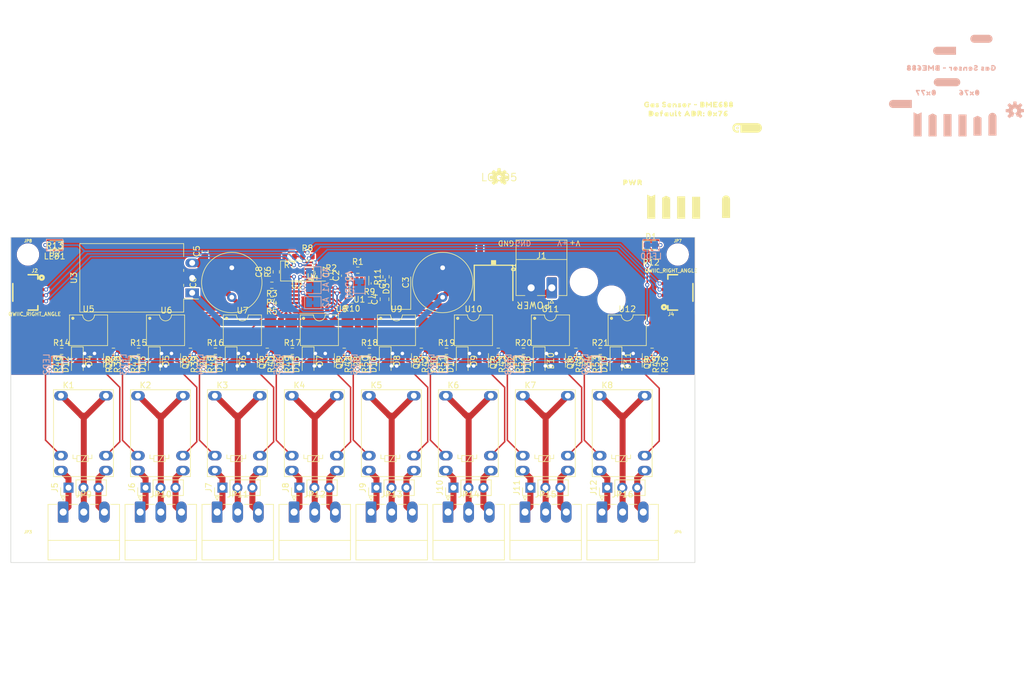
<source format=kicad_pcb>
(kicad_pcb (version 20221018) (generator pcbnew)
  (layers (0 "F.Cu" signal) (31 "B.Cu" signal) (34 "B.Paste" user) (35 "F.Paste" user) (36 "B.SilkS" user "B.Silkscreen") (37 "F.SilkS" user "F.Silkscreen") (38 "B.Mask" user) (39 "F.Mask" user) (44 "Edge.Cuts" user))
  (net 0 "")
  (net 1 "Net-(U2-OE)")
  (net 2 "GND")
  (net 3 "/A0")
  (net 4 "/A1")
  (net 5 "/A2")
  (net 6 "/SDO")
  (net 7 "+3.3V")
  (net 8 "VCC")
  (net 9 "+5V")
  (net 10 "Net-(D1-K)")
  (net 11 "Net-(D1-A)")
  (net 12 "Net-(D2-K)")
  (net 13 "Net-(D2-A)")
  (net 14 "Net-(D3-A)")
  (net 15 "Net-(Q1-D)")
  (net 16 "/SCL_A")
  (net 17 "/SDA_A")
  (net 18 "Net-(D4-K)")
  (net 19 "Net-(D4-A)")
  (net 20 "Net-(U4-~{INT})")
  (net 21 "/SCL_B")
  (net 22 "/SDA_B")
  (net 23 "Net-(R14-Pad1)")
  (net 24 "Net-(D12-K)")
  (net 25 "Net-(D12-A)")
  (net 26 "Net-(D13-K)")
  (net 27 "Net-(D13-A)")
  (net 28 "Net-(D14-K)")
  (net 29 "Net-(D14-A)")
  (net 30 "Net-(D15-K)")
  (net 31 "Net-(D15-A)")
  (net 32 "Net-(D16-K)")
  (net 33 "Net-(D16-A)")
  (net 34 "Net-(D17-K)")
  (net 35 "Net-(D17-A)")
  (net 36 "Net-(D18-K)")
  (net 37 "Net-(D18-A)")
  (net 38 "Net-(D19-K)")
  (net 39 "Net-(D19-A)")
  (net 40 "/NO0")
  (net 41 "/COM0")
  (net 42 "/NC0")
  (net 43 "/NO1")
  (net 44 "/COM1")
  (net 45 "/NC1")
  (net 46 "/NO2")
  (net 47 "/COM2")
  (net 48 "/NC2")
  (net 49 "/NO3")
  (net 50 "/COM3")
  (net 51 "/NC3")
  (net 52 "/NO4")
  (net 53 "/COM4")
  (net 54 "/NC4")
  (net 55 "/NO5")
  (net 56 "/COM5")
  (net 57 "/NC5")
  (net 58 "/NO6")
  (net 59 "/COM6")
  (net 60 "/NC6")
  (net 61 "/NO7")
  (net 62 "/COM7")
  (net 63 "/NC7")
  (net 64 "Net-(D5-K)")
  (net 65 "Net-(D5-A)")
  (net 66 "Net-(D6-K)")
  (net 67 "Net-(D6-A)")
  (net 68 "Net-(D7-K)")
  (net 69 "Net-(D7-A)")
  (net 70 "Net-(D8-K)")
  (net 71 "Net-(D8-A)")
  (net 72 "Net-(D9-K)")
  (net 73 "Net-(D9-A)")
  (net 74 "Net-(D10-K)")
  (net 75 "Net-(D10-A)")
  (net 76 "Net-(D11-K)")
  (net 77 "Net-(D11-A)")
  (net 78 "/Out0")
  (net 79 "Net-(R15-Pad1)")
  (net 80 "/Out1")
  (net 81 "Net-(R16-Pad1)")
  (net 82 "/Out2")
  (net 83 "Net-(R17-Pad1)")
  (net 84 "/Out3")
  (net 85 "Net-(R18-Pad1)")
  (net 86 "/Out4")
  (net 87 "Net-(R19-Pad1)")
  (net 88 "/Out5")
  (net 89 "Net-(R20-Pad1)")
  (net 90 "/Out6")
  (net 91 "Net-(R21-Pad1)")
  (net 92 "/Out7")
  (net 93 "Net-(Q2-B)")
  (net 94 "/Relay0")
  (net 95 "/Relay1")
  (net 96 "Net-(Q3-B)")
  (net 97 "/Relay2")
  (net 98 "Net-(Q4-B)")
  (net 99 "/Relay3")
  (net 100 "Net-(Q5-B)")
  (net 101 "/Relay4")
  (net 102 "Net-(Q6-B)")
  (net 103 "/Relay5")
  (net 104 "Net-(Q7-B)")
  (net 105 "/Relay6")
  (net 106 "Net-(Q8-B)")
  (net 107 "/Relay7")
  (net 108 "Net-(Q9-B)")
  (footprint "LED_SMD:LED_0603_1608Metric" (layer "F.Cu") (at 93.613 140.4366 -90)
    (fp_text reference "D16")
    (fp_text value "BLUE")
  )
  (footprint "Relay_THT:Relay_SPDT_HJR-4102" (layer "F.Cu") (at 120.3856 145.7452)
    (fp_text reference "K7")
    (fp_text value "HK4100F-DC5")
  )
  (footprint "Connector_Phoenix_MC:PhoenixContact_MC_1,5_3-G-3.5_1x03_P3.50mm_Horizontal" (layer "F.Cu") (at 120.7506 165.481)
    (fp_text reference "JP15")
    (fp_text value "HEADER-1X3_508TERM")
  )
  (footprint "Diode_SMD:D_SOD-123" (layer "F.Cu") (at 57.8752 139.825709 -90)
    (fp_text reference "D5")
    (fp_text value "1N4148W")
  )
  (footprint "Resistor_SMD:R_0603_1608Metric" (layer "F.Cu") (at 133.5164 138.2014)
    (fp_text reference "R21")
    (fp_text value "380R")
  )
  (footprint "Resistor_SMD:R_0603_1608Metric" (layer "F.Cu") (at 77.0268 138.2014 180)
    (fp_text reference "R27")
    (fp_text value "10")
  )
  (footprint "Qwiic_BME688:#SDA#0" (layer "F.Cu") (at 152.3111 115.9256 90)
    (fp_text reference "U$35" hide)
    (fp_text value "" hide)
  )
  (footprint "Resistor_SMD:R_0603_1608Metric" (layer "F.Cu") (at 94.3703 129.5325)
    (fp_text reference "R9")
    (fp_text value "10K")
  )
  (footprint "Connector_Phoenix_MC:PhoenixContact_MC_1,5_3-G-3.5_1x03_P3.50mm_Horizontal" (layer "F.Cu") (at 68.5282 165.481)
    (fp_text reference "JP11")
    (fp_text value "HEADER-1X3_508TERM")
  )
  (footprint "LED_SMD:LED_0603_1608Metric" (layer "F.Cu") (at 106.6686 140.4366 -90)
    (fp_text reference "D17")
    (fp_text value "BLUE")
  )
  (footprint "Qwiic_BME688:CREATIVE_COMMONS" (layer "F.Cu") (at 114.8103 162.5346)
    (fp_text reference "FRAME1" hide)
    (fp_text value "FRAME-LETTER" hide)
  )
  (footprint "Connector_Phoenix_MC:PhoenixContact_MC_1,5_3-G-3.5_1x03_P3.50mm_Horizontal" (layer "F.Cu") (at 107.695 165.481)
    (fp_text reference "JP14")
    (fp_text value "HEADER-1X3_508TERM")
  )
  (footprint "Resistor_SMD:R_0603_1608Metric" (layer "F.Cu") (at 63.2346 140.4366 -90)
    (fp_text reference "R39")
    (fp_text value "10K")
  )
  (footprint "Connector_PinHeader_2.54mm:PinHeader_1x03_P2.54mm_Vertical" (layer "F.Cu") (at 134.7112 161.3408 90)
    (fp_text reference "J12")
    (fp_text value "Conn_01x03")
  )
  (footprint "Qwiic_BME688:#3V3#0" (layer "F.Cu") (at 149.7711 116.0526 90)
    (fp_text reference "U$14" hide)
    (fp_text value "" hide)
  )
  (footprint "Connector_PinHeader_2.54mm:PinHeader_1x03_P2.54mm_Vertical" (layer "F.Cu") (at 56.3926 161.3408 90)
    (fp_text reference "J6")
    (fp_text value "Conn_01x03")
  )
  (footprint "PCM_Package_DIP_AKL:SMDIP-4_W9.53mm" (layer "F.Cu") (at 46.7246 134.6454)
    (fp_text reference "U5")
    (fp_text value "LTV-817S" hide)
  )
  (footprint "Connector_PinHeader_2.54mm:PinHeader_1x03_P2.54mm_Vertical" (layer "F.Cu") (at 69.4332 161.3408 90)
    (fp_text reference "J7")
    (fp_text value "Conn_01x03")
  )
  (footprint "Qwiic_BME688:#GND#0" (layer "F.Cu") (at 147.2311 116.0526 90)
    (fp_text reference "U$33" hide)
    (fp_text value "" hide)
  )
  (footprint "PCM_Package_DIP_AKL:SMDIP-4_W9.53mm" (layer "F.Cu") (at 72.8104 134.6454)
    (fp_text reference "U7")
    (fp_text value "LTV-817S" hide)
  )
  (footprint "PCM_Package_SO_AKL:SSOP-8_2.95x2.8mm_P0.65mm" (layer "F.Cu") (at 82.0928 124.587 180)
    (fp_text reference "U2")
    (fp_text value "TCA9406DC" hide)
  )
  (footprint "Resistor_SMD:R_0603_1608Metric" (layer "F.Cu") (at 50.941 138.2014 180)
    (fp_text reference "R23")
    (fp_text value "10")
  )
  (footprint "PCM_Package_DIP_AKL:SMDIP-4_W9.53mm" (layer "F.Cu") (at 138.0884 134.6454)
    (fp_text reference "U12")
    (fp_text value "LTV-817S" hide)
  )
  (footprint "Resistor_SMD:R_0603_1608Metric" (layer "F.Cu") (at 42.1526 138.2014)
    (fp_text reference "R14")
    (fp_text value "380R")
  )
  (footprint "Resistor_SMD:R_0603_1608Metric" (layer "F.Cu") (at 143.0414 140.462 -90)
    (fp_text reference "R36")
    (fp_text value "330R")
  )
  (footprint "Resistor_SMD:R_0603_1608Metric" (layer "F.Cu") (at 115.457 140.4366 -90)
    (fp_text reference "R43")
    (fp_text value "10K")
  )
  (footprint "Connector_PinHeader_2.54mm:PinHeader_1x03_P2.54mm_Vertical" (layer "F.Cu") (at 121.6706 161.3408 90)
    (fp_text reference "J11")
    (fp_text value "Conn_01x03")
  )
  (footprint "Qwiic_BME688:PWR0" (layer "F.Cu") (at 136.6901 109.5756)
    (fp_text reference "U$5" hide)
    (fp_text value "" hide)
  )
  (footprint "Resistor_SMD:R_0603_1608Metric" (layer "F.Cu") (at 40.9702 121.7168)
    (fp_text reference "R13")
    (fp_text value "1k")
  )
  (footprint "Resistor_SMD:R_0603_1608Metric" (layer "F.Cu") (at 97.1804 125.5776 90)
    (fp_text reference "R11")
    (fp_text value "100k")
  )
  (footprint "Capacitor_SMD:C_0603_1608Metric" (layer "F.Cu") (at 85.6234 124.7648 -90)
    (fp_text reference "C7")
    (fp_text value "0.1uF")
  )
  (footprint "Resistor_SMD:R_0603_1608Metric" (layer "F.Cu") (at 64.7332 140.4366 -90)
    (fp_text reference "R24")
    (fp_text value "330R")
  )
  (footprint "Connector_Phoenix_MC:PhoenixContact_MC_1,5_3-G-3.5_1x03_P3.50mm_Horizontal" (layer "F.Cu") (at 94.6394 165.481)
    (fp_text reference "JP13")
    (fp_text value "HEADER-1X3_508TERM")
  )
  (footprint "Relay_THT:Relay_SPDT_HJR-4102" (layer "F.Cu") (at 107.33 145.7452)
    (fp_text reference "K6")
    (fp_text value "HK4100F-DC5")
  )
  (footprint "Resistor_SMD:R_0603_1608Metric" (layer "F.Cu") (at 90.0824 138.2014 180)
    (fp_text reference "R29")
    (fp_text value "10")
  )
  (footprint "Package_TO_SOT_SMD:SOT-23" (layer "F.Cu") (at 139.079 140.2588 -90)
    (fp_text reference "Q9")
    (fp_text value "MMBT2222")
  )
  (footprint "Resistor_SMD:R_0603_1608Metric" (layer "F.Cu") (at 90.819 140.4366 -90)
    (fp_text reference "R28")
    (fp_text value "330R")
  )
  (footprint "Diode_SMD:D_SOD-123" (layer "F.Cu") (at 97.042 139.827 -90)
    (fp_text reference "D8")
    (fp_text value "1N4148W")
  )
  (footprint "Resistor_SMD:R_0603_1608Metric" (layer "F.Cu") (at 78.5622 124.7394 90)
    (fp_text reference "R6")
    (fp_text value "10K")
  )
  (footprint "Package_TO_SOT_SMD:SOT-23" (layer "F.Cu") (at 126.0488 140.2588 -90)
    (fp_text reference "Q8")
    (fp_text value "MMBT2222")
  )
  (footprint "Relay_THT:Relay_SPDT_HJR-4102" (layer "F.Cu") (at 42.052 145.7452)
    (fp_text reference "K1")
    (fp_text value "HK4100F-DC5")
  )
  (footprint "Connector_PinHeader_2.54mm:PinHeader_1x03_P2.54mm_Vertical" (layer "F.Cu") (at 43.322 161.3408 90)
    (fp_text reference "J5")
    (fp_text value "Conn_01x03")
  )
  (footprint "Package_SO:TSSOP-16_4.4x5mm_P0.65mm" (layer "F.Cu") (at 84.723 129.032)
    (fp_text reference "U4")
    (fp_text value "TCA9554")
  )
  (footprint "Package_TO_SOT_SMD:SOT-23" (layer "F.Cu") (at 112.9932 140.2588 -90)
    (fp_text reference "Q7")
    (fp_text value "MMBT2222")
  )
  (footprint "Resistor_SMD:R_0603_1608Metric" (layer "F.Cu") (at 95.1116 140.4366 90)
    (fp_text reference "R50")
    (fp_text value "1K")
  )
  (footprint "Connector_Phoenix_MC:PhoenixContact_MC_1,5_3-G-3.5_1x03_P3.50mm_Horizontal" (layer "F.Cu") (at 55.4726 165.481)
    (fp_text reference "JP10")
    (fp_text value "HEADER-1X3_508TERM")
  )
  (footprint "PCM_Package_DIP_AKL:SMDIP-4_W9.53mm" (layer "F.Cu") (at 85.866 134.6454)
    (fp_text reference "U8")
    (fp_text value "LTV-817S" hide)
  )
  (footprint "LED_SMD:LED_0603_1608Metric" (layer "F.Cu") (at 142.1384 120.1928)
    (fp_text reference "D1")
    (fp_text value "GREEN")
  )
  (footprint "Resistor_SMD:R_0603_1608Metric" (layer "F.Cu") (at 89.3204 140.4366 -90)
    (fp_text reference "R41")
    (fp_text value "10K")
  )
  (footprint "PCM_Package_DIP_AKL:SMDIP-4_W9.53mm" (layer "F.Cu") (at 125.0582 134.6454)
    (fp_text reference "U11")
    (fp_text value "LTV-817S" hide)
  )
  (footprint "Capacitor_SMD:C_0603_1608Metric" (layer "F.Cu") (at 95.1624 126.6952 -90)
    (fp_text reference "C1")
    (fp_text value "0.1uF")
  )
  (footprint "Resistor_SMD:R_0603_1608Metric" (layer "F.Cu") (at 130.0112 140.4366 -90)
    (fp_text reference "R34")
    (fp_text value "330R")
  )
  (footprint "Qwiic_BME688:STAND-OFF" (layer "F.Cu") (at 36.449 171.1706)
    (fp_text reference "JP3")
    (fp_text value "STAND-OFF")
  )
  (footprint "LED_SMD:LED_0603_1608Metric" (layer "F.Cu") (at 132.7544 140.4112 -90)
    (fp_text reference "D19")
    (fp_text value "BLUE")
  )
  (footprint "Qwiic_BME688:STAND-OFF" (layer "F.Cu") (at 146.6596 171.1706)
    (fp_text reference "JP4")
    (fp_text value "STAND-OFF")
  )
  (footprint "Resistor_SMD:R_0603_1608Metric" (layer "F.Cu") (at 42.8892 140.4366 90)
    (fp_text reference "R46")
    (fp_text value "1K")
  )
  (footprint "Package_TO_SOT_SMD:SOT-23" (layer "F.Cu") (at 47.7152 140.2588 -90)
    (fp_text reference "Q2")
    (fp_text value "MMBT2222")
  )
  (footprint "Resistor_SMD:R_0603_1608Metric" (layer "F.Cu") (at 77.8142 129.9972 180)
    (fp_text reference "R5")
    (fp_text value "10K")
  )
  (footprint "Resistor_SMD:R_0603_1608Metric" (layer "F.Cu") (at 116.9556 140.4366 -90)
    (fp_text reference "R32")
    (fp_text value "330R")
  )
  (footprint "Resistor_SMD:R_0603_1608Metric" (layer "F.Cu") (at 50.179 140.4366 -90)
    (fp_text reference "R38")
    (fp_text value "10K")
  )
  (footprint "PCM_Package_DIP_AKL:SMDIP-4_W9.53mm" (layer "F.Cu") (at 112.0026 134.6454)
    (fp_text reference "U10")
    (fp_text value "LTV-817S" hide)
  )
  (footprint "Connector_Phoenix_MC:PhoenixContact_MC_1,5_3-G-3.5_1x03_P3.50mm_Horizontal" (layer "F.Cu") (at 42.4128 165.481)
    (fp_text reference "JP9")
    (fp_text value "HEADER-1X3_508TERM")
  )
  (footprint "Capacitor_THT:C_Radial_D10.0mm_H20.0mm_P5.00mm" (layer "F.Cu") (at 106.7816 129.0428 90)
    (fp_text reference "C3")
    (fp_text value "1000uF/35v")
  )
  (footprint "Resistor_SMD:R_0603_1608Metric" (layer "F.Cu") (at 128.5126 140.4366 -90)
    (fp_text reference "R44")
    (fp_text value "10K")
  )
  (footprint "Diode_SMD:D_SOD-123" (layer "F.Cu") (at 136.1834 139.827 -90)
    (fp_text reference "D11")
    (fp_text value "1N4148W")
  )
  (footprint "LED_SMD:LED_0603_1608Metric" (layer "F.Cu") (at 67.4764 140.4366 -90)
    (fp_text reference "D14")
    (fp_text value "BLUE")
  )
  (footprint "Resistor_SMD:R_0603_1608Metric" (layer "F.Cu") (at 81.294 138.2014)
    (fp_text reference "R17")
    (fp_text value "380R")
  )
  (footprint "PCM_Package_DIP_AKL:SMDIP-4_W9.53mm" (layer "F.Cu") (at 59.7802 134.6454)
    (fp_text reference "U6")
    (fp_text value "LTV-817S" hide)
  )
  (footprint "Resistor_SMD:R_0603_1608Metric" (layer "F.Cu") (at 76.2648 140.4366 -90)
    (fp_text reference "R40")
    (fp_text value "10K")
  )
  (footprint "Resistor_SMD:R_0603_1608Metric" (layer "F.Cu") (at 63.9966 138.200109 180)
    (fp_text reference "R25")
    (fp_text value "10")
  )
  (footprint "Resistor_SMD:R_0603_1608Metric" (layer "F.Cu") (at 142.1384 121.7168 180)
    (fp_text reference "R12")
    (fp_text value "2k2")
  )
  (footprint "Package_TO_SOT_SMD:SOT-23" (layer "F.Cu") (at 99.9376 140.2588 -90)
    (fp_text reference "Q6")
    (fp_text value "MMBT2222")
  )
  (footprint "Resistor_SMD:R_0603_1608Metric" (layer "F.Cu") (at 68.975 140.4366 90)
    (fp_text reference "R48")
    (fp_text value "1K")
  )
  (footprint "Resistor_SMD:R_0603_1608Metric" (layer "F.Cu") (at 94.375 138.2014)
    (fp_text reference "R18")
    (fp_text value "380R")
  )
  (footprint "Qwiic_BME688:QWIIC_5MM" (layer "F.Cu") (at 158.4071 100.3046)
    (fp_text reference "LOGO2" hide)
    (fp_text value "QWIIC_LOGO_5MM" hide)
  )
  (footprint "Qwiic_BME688:STAND-OFF" (layer "F.Cu") (at 36.449 121.793)
    (fp_text reference "JP8")
    (fp_text value "STAND-OFF")
  )
  (footprint "Relay_THT:Relay_SPDT_HJR-4102" (layer "F.Cu") (at 81.2038 145.7452)
    (fp_text reference "K4")
    (fp_text value "HK4100F-DC5")
  )
  (footprint "Connector_PinHeader_2.54mm:PinHeader_1x03_P2.54mm_Vertical" (layer "F.Cu") (at 95.5594 161.3408 90)
    (fp_text reference "J9")
    (fp_text value "Conn_01x03")
  )
  (footprint "Diode_SMD:D_SOD-123" (layer "F.Cu") (at 110.0976 139.827 -90)
    (fp_text reference "D9")
    (fp_text value "1N4148W")
  )
  (footprint "Connector_PinHeader_2.54mm:PinHeader_1x03_P2.54mm_Vertical" (layer "F.Cu") (at 108.615 161.3408 90)
    (fp_text reference "J10")
    (fp_text value "Conn_01x03")
  )
  (footprint "Qwiic_BME688:OSHW-LOGO-S" (layer "F.Cu") (at 116.3574 108.712)
    (fp_text reference "LOGO5")
    (fp_text value "OSHW-LOGOS")
  )
  (footprint "Resistor_SMD:R_0603_1608Metric" (layer "F.Cu") (at 77.7634 140.4366 -90)
    (fp_text reference "R26")
    (fp_text value "330R")
  )
  (footprint "Relay_THT:Relay_SPDT_HJR-4102" (layer "F.Cu") (at 133.4262 145.7452)
    (fp_text reference "K8")
    (fp_text value "HK4100F-DC5")
  )
  (footprint "Resistor_SMD:R_0603_1608Metric" (layer "F.Cu") (at 116.219 138.2014 180)
    (fp_text reference "R33")
    (fp_text value "10")
  )
  (footprint "Resistor_SMD:R_0603_1608Metric" (layer "F.Cu") (at 107.4306 138.2014)
    (fp_text reference "R19")
    (fp_text value "380R")
  )
  (footprint "Diode_SMD:D_SMA" (layer "F.Cu") (at 99.7204 127.5842 90)
    (fp_text reference "D3")
    (fp_text value "Z1SMA4740")
  )
  (footprint "Resistor_SMD:R_0603_1608Metric" (layer "F.Cu") (at 87.8726 125.5014)
    (fp_text reference "R2")
    (fp_text value "10K")
  )
  (footprint "Connector_PinHeader_2.54mm:PinHeader_1x03_P2.54mm_Vertical" (layer "F.Cu") (at 82.4888 161.3408 90)
    (fp_text reference "J8")
    (fp_text value "Conn_01x03")
  )
  (footprint "Qwiic_BME688:STAND-OFF" (layer "F.Cu") (at 146.6596 121.793)
    (fp_text reference "JP7")
    (fp_text value "STAND-OFF")
  )
  (footprint "Package_TO_SOT_SMD:SOT-23" (layer "F.Cu") (at 73.801 140.2588 -90)
    (fp_text reference "Q4")
    (fp_text value "MMBT2222")
  )
  (footprint "Resistor_SMD:R_0603_1608Metric" (layer "F.Cu") (at 102.4014 140.4366 -90)
    (fp_text reference "R42")
    (fp_text value "10K")
  )
  (footprint "LED_SMD:LED_0603_1608Metric" (layer "F.Cu") (at 119.7242 140.4366 -90)
    (fp_text reference "D18")
    (fp_text value "BLUE")
  )
  (footprint "Resistor_SMD:R_0603_1608Metric" (layer "F.Cu") (at 129.3762 138.2014 180)
    (fp_text reference "R35")
    (fp_text value "10")
  )
  (footprint "Connectors:1X04_1MM_RA_STRESSRELIEF" (layer "F.Cu") (at 144.633315 128.2192 90)
    (fp_text reference "J4")
    (fp_text value "QWIIC_RIGHT_ANGLE")
  )
  (footprint "Resistor_SMD:R_0603_1608Metric" (layer "F.Cu") (at 55.9448 140.4366 90)
    (fp_text reference "R47")
    (fp_text value "1K")
  )
  (footprint "Resistor_SMD:R_0603_1608Metric" (layer "F.Cu") (at 121.2228 140.4366 90)
    (fp_text reference "R52")
    (fp_text value "1K")
  )
  (footprint "Relay_THT:Relay_SPDT_HJR-4102" (layer "F.Cu") (at 94.2744 145.7452)
    (fp_text reference "K5")
    (fp_text value "HK4100F-DC5")
  )
  (footprint "Resistor_SMD:R_0603_1608Metric" (layer "F.Cu") (at 91.3731 129.5325 180)
    (fp_text reference "R10")
    (fp_text value "10K")
  )
  (footprint "Resistor_SMD:R_0603_1608Metric" (layer "F.Cu") (at 108.1672 140.4366 90)
    (fp_text reference "R51")
    (fp_text value "1K")
  )
  (footprint "Package_LGA:Bosch_LGA-8_3x3mm_P0.8mm_ClockwisePinNumbering" (layer "F.Cu") (at 92.6478 126.9746 180)
    (fp_text reference "U1")
    (fp_text value "BME688")
  )
  (footprint "Rev0:TO252" (layer "F.Cu") (at 115.4176 125.77 180)
    (fp_text reference "Q1")
    (fp_text value "AOD417")
  )
  (footprint "Capacitor_SMD:C_0603_1608Metric" (layer "F.Cu") (at 77.0636 124.7394 90)
    (fp_text reference "C8")
    (fp_text value "0.1uF")
  )
  (footprint "Qwiic_BME688:#SCL#0" (layer "F.Cu") (at 154.8511 115.9256 90)
    (fp_text reference "U$36" hide)
    (fp_text value "" hide)
  )
  (footprint "Resistor_SMD:R_0603_1608Metric" (layer "F.Cu") (at 120.4862 138.2014)
    (fp_text reference "R20")
    (fp_text value "380R")
  )
  (footprint "Resistor_SMD:R_0603_1608Metric" (layer "F.Cu") (at 55.2082 138.200309)
    (fp_text reference "R15")
    (fp_text value "380R")
  )
  (footprint "Relay_THT:Relay_SPDT_HJR-4102" (layer "F.Cu") (at 55.1076 145.7452)
    (fp_text reference "K2")
    (fp_text value "HK4100F-DC5")
  )
  (footprint "LED_SMD:LED_0603_1608Metric" (layer "F.Cu") (at 80.532 140.4366 -90)
    (fp_text reference "D15")
    (fp_text value "BLUE")
  )
  (footprint "Qwiic_BME688:DEFAULT_ADR#_0X760" (layer "F.Cu") (at 141.0081 97.8916)
    (fp_text reference "U$12" hide)
    (fp_text value "" hide)
  )
  (footprint "Resistor_SMD:R_0603_1608Metric" (layer "F.Cu") (at 134.253 140.462 90)
    (fp_text reference "R53")
    (fp_text value "1K")
  )
  (footprint "Qwiic_BME688:GAS_SENSOR_#_BME6880" (layer "F.Cu") (at 140.2461 96.3676)
    (fp_text reference "U$10" hide)
    (fp_text value "" hide)
  )
  (footprint "Diode_SMD:D_SOD-123" (layer "F.Cu") (at 83.961 139.827 -90)
    (fp_text reference "D7")
    (fp_text value "1N4148W")
  )
  (footprint "Capacitor_SMD:C_0805_2012Metric" (layer "F.Cu") (at 96.9264 129.3774 90)
    (fp_text reference "C4")
    (fp_text value "10uF/100v")
  )
  (footprint "Resistor_SMD:R_0603_1608Metric" (layer "F.Cu") (at 51.6776 140.4366 90)
    (fp_text reference "R22")
    (fp_text value "330R")
  )
  (footprint "Qwiic_BME688:##CSB##0" (layer "F.Cu") (at 144.6911 116.0526 90)
    (fp_text reference "U$22" hide)
    (fp_text value "" hide)
  )
  (footprint "Resistor_SMD:R_0603_1608Metric" (layer "F.Cu") (at 142.3048 138.2014 180)
    (fp_text reference "R37")
    (fp_text value "10")
  )
  (footprint "PCM_Package_DIP_AKL:SMDIP-4_W9.53mm" (layer "F.Cu") (at 98.947 134.6454)
    (fp_text reference "U9")
    (fp_text value "LTV-817S" hide)
  )
  (footprint "Resistor_SMD:R_0603_1608Metric" (layer "F.Cu") (at 103.9 140.4366 -90)
    (fp_text reference "R30")
    (fp_text value "330R")
  )
  (footprint "Connectors:1X04_1MM_RA_STRESSRELIEF" (layer "F.Cu") (at 38.475285 128.2192 -90)
    (fp_text reference "J2")
    (fp_text value "QWIIC_RIGHT_ANGLE")
  )
  (footprint "Resistor_SMD:R_0603_1608Metric" (layer "F.Cu") (at 77.8142 128.4986 180)
    (fp_text reference "R4")
    (fp_text value "10K")
  )
  (footprint "Resistor_SMD:R_0603_1608Metric" (layer "F.Cu") (at 92.3938 124.4516)
    (fp_text reference "R1")
    (fp_text value "10K")
  )
  (footprint "Resistor_SMD:R_0603_1608Metric" (layer "F.Cu") (at 80.8228 122.1486 180)
    (fp_text reference "R7")
    (fp_text value "10K")
  )
  (footprint "Resistor_SMD:R_0603_1608Metric" (layer "F.Cu") (at 141.5428 140.462 -90)
    (fp_text reference "R45")
    (fp_text value "10K")
  )
  (footprint "Connector_Phoenix_MC:PhoenixContact_MC_1,5_3-G-3.5_1x03_P3.50mm_Horizontal" (layer "F.Cu") (at 81.5838 165.481)
    (fp_text reference "JP12")
    (fp_text value "HEADER-1X3_508TERM")
  )
  (footprint "Resistor_SMD:R_0603_1608Metric" (layer "F.Cu") (at 82.0306 140.4366 90)
    (fp_text reference "R49")
    (fp_text value "1K")
  )
  (footprint "Resistor_SMD:R_0603_1608Metric" (layer "F.Cu") (at 83.8454 122.1486)
    (fp_text reference "R8")
    (fp_text value "10K")
  )
  (footprint "Resistor_SMD:R_0603_1608Metric" (layer "F.Cu") (at 103.1634 138.2014 180)
    (fp_text reference "R31")
    (fp_text value "10")
  )
  (footprint "Qwiic_BME688:#SDO#0" (layer "F.Cu") (at 142.1511 116.0526 90)
    (fp_text reference "U$2" hide)
    (fp_text value "" hide)
  )
  (footprint "Relay_THT:Relay_SPDT_HJR-4102" (layer "F.Cu") (at 68.1482 145.7452)
    (fp_text reference "K3")
    (fp_text value "HK4100F-DC5")
  )
  (footprint "Diode_SMD:D_SOD-123" (layer "F.Cu") (at 44.8196 139.827 -90)
    (fp_text reference "D4")
    (fp_text value "1N4148W")
  )
  (footprint "Capacitor_SMD:C_0603_1608Metric" (layer "F.Cu") (at 90.1332 125.3914 90)
    (fp_text reference "C2")
    (fp_text value "0.1uF")
  )
  (footprint "Connector_Phoenix_MC:PhoenixContact_MC_1,5_2-G-3.5_1x02_P3.50mm_Horizontal" (layer "F.Cu") (at 125.2914 127.4433 180)
    (fp_text reference "J1")
    (fp_text value "TERMBLOCK_1X2")
  )
  (footprint "Package_TO_SOT_SMD:SOT-23" (layer "F.Cu") (at 86.8566 140.2588 -90)
    (fp_text reference "Q5")
    (fp_text value "MMBT2222")
  )
  (footprint "Package_TO_SOT_SMD:SOT-23" (layer "F.Cu") (at 60.7708 140.257509 -90)
    (fp_text reference "Q3")
    (fp_text value "MMBT2222")
  )
  (footprint "LED_SMD:LED_0603_1608Metric" (layer "F.Cu") (at 41.3906 140.4366 -90)
    (fp_text reference "D12")
    (fp_text value "BLUE")
  )
  (footprint "Connector_Phoenix_MC:PhoenixContact_MC_1,5_3-G-3.5_1x03_P3.50mm_Horizontal" (layer "F.Cu") (at 133.8062 165.481)
    (fp_text reference "JP16")
    (fp_text value "HEADER-1X3_508TERM")
  )
  (footprint "Converter_DCDC:Converter_DCDC_RECOM_R-78HB-0.5L_THT" (layer "F.Cu") (at 64.297 128.2954 90)
    (fp_text reference "U3")
    (fp_text value "K7805-2000R3L")
  )
  (footprint "Capacitor_SMD:C_0603_1608Metric" (layer "F.Cu") (at 66.4972 121.2342 90)
    (fp_text reference "C5")
    (fp_text value "10uF")
  )
  (footprint "Resistor_SMD:R_0603_1608Metric" (layer "F.Cu") (at 77.8142 127 180)
    (fp_text reference "R3")
    (fp_text value "10K")
  )
  (footprint "Resistor_SMD:R_0603_1608Metric" (layer "F.Cu") (at 68.2384 138.2014)
    (fp_text reference "R16")
    (fp_text value "380R")
  )
  (footprint "Diode_SMD:D_SOD-123" (layer "F.Cu") (at 70.9054 139.827 -90)
    (fp_text reference "D6")
    (fp_text value "1N4148W")
  )
  (footprint "Capacitor_THT:C_Radial_D10.0mm_H20.0mm_P5.00mm" (layer "F.Cu") (at 71.0184 129.0428 90)
    (fp_text reference "C6")
    (fp_text value "1000uF/35v")
  )
  (footprint "LED_SMD:LED_0603_1608Metric" (layer "F.Cu") (at 54.4462 140.4366 -90)
    (fp_text reference "D13")
    (fp_text value "BLUE")
  )
  (footprint "Diode_SMD:D_SOD-123" (layer "F.Cu") (at 123.1532 139.827 -90)
    (fp_text reference "D10")
    (fp_text value "1N4148W")
  )
  (footprint "LED_SMD:LED_0603_1608Metric" (layer "F.Cu") (at 40.9702 120.1928 180)
    (fp_text reference "D2")
    (fp_text value "RED")
  )
  (footprint "Qwiic_BME688:##CSB##0" (layer "B.Cu") (at 189.8777 102.0953 90)
    (fp_text reference "U$21" hide)
    (fp_text value "" hide)
  )
  (footprint "Qwiic_BME688:#3V3#0" (layer "B.Cu") (at 194.9577 102.0953 90)
    (fp_text reference "U$15" hide)
    (fp_text value "" hide)
  )
  (footprint "Jumper:SolderJumper-2_P1.3mm_Bridged_Pad1.0x1.5mm" (layer "B.Cu") (at 67.4764 140.4366 -90)
    (fp_text reference "LED4")
    (fp_text value "SolderJumper_2_Bridged")
  )
  (footprint "Qwiic_BME688:#SDI#0" (layer "B.Cu") (at 197.4977 101.9683 90)
    (fp_text reference "U$19" hide)
    (fp_text value "" hide)
  )
  (footprint "Qwiic_BME688:#SDO#0" (layer "B.Cu") (at 187.3377 102.0953 90)
    (fp_text reference "U$16" hide)
    (fp_text value "" hide)
  )
  (footprint "Jumper:SolderJumper-2_P1.3mm_Bridged_Pad1.0x1.5mm" (layer "B.Cu") (at 54.4462 140.4366 -90)
    (fp_text reference "LED3")
    (fp_text value "SolderJumper_2_Bridged")
  )
  (footprint "Jumper:SolderJumper-2_P1.3mm_Bridged_Pad1.0x1.5mm" (layer "B.Cu") (at 41.3906 140.4366 -90)
    (fp_text reference "LED2")
    (fp_text value "SolderJumper_2_Bridged")
  )
  (footprint "Qwiic_BME688:#GND#0" (layer "B.Cu") (at 192.4177 102.0953 90)
    (fp_text reference "U$1" hide)
    (fp_text value "" hide)
  )
  (footprint "Qwiic_BME688:#LED#0" (layer "B.Cu") (at 186.7027 96.2533 180)
    (fp_text reference "U$8" hide)
    (fp_text value "" hide)
  )
  (footprint "Jumper:SolderJumper-2_P1.3mm_Bridged_Pad1.0x1.5mm" (layer "B.Cu") (at 84.7634 124.8664)
    (fp_text reference "A0")
    (fp_text value "SolderJumper_2_Bridged")
  )
  (footprint "Jumper:SolderJumper-2_P1.3mm_Bridged_Pad1.0x1.5mm" (layer "B.Cu") (at 84.7634 129.9464)
    (fp_text reference "A2")
    (fp_text value "SolderJumper_2_Bridged")
  )
  (footprint "Qwiic_BME688:#CSB#0" (layer "B.Cu") (at 194.1957 87.2363 180)
    (fp_text reference "U$3" hide)
    (fp_text value "" hide)
  )
  (footprint "Jumper:SolderJumper-2_P1.3mm_Bridged_Pad1.0x1.5mm" (layer "B.Cu") (at 142.1384 120.1928)
    (fp_text reference "LED0")
    (fp_text value "SolderJumper_2_Bridged")
  )
  (footprint "Jumper:SolderJumper-2_P1.3mm_Bridged_Pad1.0x1.5mm" (layer "B.Cu") (at 93.613 140.4366 -90)
    (fp_text reference "LED6")
    (fp_text value "SolderJumper_2_Bridged")
  )
  (footprint "Jumper:SolderJumper-2_P1.3mm_Bridged_Pad1.0x1.5mm" (layer "B.Cu") (at 84.7634 127.4064)
    (fp_text reference "A1")
    (fp_text value "SolderJumper_2_Bridged")
  )
  (footprint "Qwiic_BME688:GAS_SENSOR_#_BME6880" (layer "B.Cu") (at 201.3077 90.1573 180)
    (fp_text reference "U$7" hide)
    (fp_text value "" hide)
  )
  (footprint "Qwiic_BME688:#SCK#0" (layer "B.Cu") (at 200.0377 101.9683 90)
    (fp_text reference "U$20" hide)
    (fp_text value "" hide)
  )
  (footprint "Jumper:SolderJumper-2_P1.3mm_Bridged_Pad1.0x1.5mm" (layer "B.Cu") (at 80.532 140.4366 -90)
    (fp_text reference "LED5")
    (fp_text value "SolderJumper_2_Bridged")
  )
  (footprint "Qwiic_BME688:OSHW-LOGO-S" (layer "B.Cu") (at 203.8477 97.3963 180)
    (fp_text reference "LOGO5" hide)
    (fp_text value "OSHW-LOGOS" hide)
  )
  (footprint "Qwiic_BME688:0X770" (layer "B.Cu") (at 191.1477 94.3483 180)
    (fp_text reference "U$13" hide)
    (fp_text value "" hide)
  )
  (footprint "Qwiic_BME688:#ADR#0" (layer "B.Cu") (at 194.5767 92.5703 180)
    (fp_text reference "U$11" hide)
    (fp_text value "" hide)
  )
  (footprint "Jumper:SolderJumper-2_P1.3mm_Bridged_Pad1.0x1.5mm" (layer "B.Cu") (at 92.6478 126.9746 -90)
    (fp_text reference "ADDR0")
    (fp_text value "SolderJumper_2_Bridged")
  )
  (footprint "Qwiic_BME688:#I2C#0" (layer "B.Cu") (at 200.0377 85.2043 180)
    (fp_text reference "U$6" hide)
    (fp_text value "" hide)
  )
  (footprint "Jumper:SolderJumper-2_P1.3mm_Bridged_Pad1.0x1.5mm" (layer "B.Cu") (at 106.6686 140.4366 -90)
    (fp_text reference "LED7")
    (fp_text value "SolderJumper_2_Bridged")
  )
  (footprint "Jumper:SolderJumper-2_P1.3mm_Bridged_Pad1.0x1.5mm" (layer "B.Cu") (at 119.7242 140.4366 -90)
    (fp_text reference "LED8")
    (fp_text value "SolderJumper_2_Bridged")
  )
  (footprint "Qwiic_BME688:0X760" (layer "B.Cu") (at 198.5137 94.3483 180)
    (fp_text reference "U$9" hide)
    (fp_text value "" hide)
  )
  (footprint "Jumper:SolderJumper-2_P1.3mm_Bridged_Pad1.0x1.5mm" (layer "B.Cu") (at 132.7544 140.4112 -90)
    (fp_text reference "LED9")
    (fp_text value "SolderJumper_2_Bridged")
  )
  (footprint "Jumper:SolderJumper-2_P1.3mm_Bridged_Pad1.0x1.5mm" (layer "B.Cu") (at 40.9702 120.1928 180)
    (fp_text reference "LED1")
    (fp_text value "SolderJumper_2_Bridged")
  )
  (gr_rect (start 33.5352 118.872) (end 149.5692 174.0408) (stroke (width 0.1)) (fill none) (layer "Edge.Cuts"))
  (gr_text "V+" (at 128.1714 119.869248 180) (layer "B.SilkS") (effects (font (size 0.89408 0.89408) (thickness 0.12192)) (justify right mirror)))
  (gr_text "GND" (at 118.9814 119.869248 180) (layer "B.SilkS") (effects (font (size 0.89408 0.89408) (thickness 0.12192)) (justify left mirror)))
  (gr_text "POWER" (at 122.173 130.366248 180) (layer "F.SilkS") (effects (font (size 1.1176 1.1176) (thickness 0.1524))))
  (gr_text "V+" (at 128.1714 119.869248 180) (layer "F.SilkS") (effects (font (size 0.89408 0.89408) (thickness 0.12192)) (justify right)))
  (gr_text "GND" (at 118.9814 119.869248 180) (layer "F.SilkS") (effects (font (size 0.89408 0.89408) (thickness 0.12192)) (justify left)))
  (segment (start 80.3928 124.262) (end 78.9098 124.262) (width 0.254) (layer "F.Cu") (net 1))
  (segment (start 78.9098 124.262) (end 78.5622 123.9144) (width 0.254) (layer "F.Cu") (net 1))
  (segment (start 88.4336 138.53622) (end 88.4336 138.7248) (width 0.254) (layer "F.Cu") (net 2))
  (segment (start 85.9066 139.3213) (end 86.9711 138.2568) (width 0.254) (layer "F.Cu") (net 2))
  (segment (start 72.851 139.3213) (end 73.9155 138.2568) (width 0.254) (layer "F.Cu") (net 2))
  (segment (start 75.378 138.7248) (end 76.2648 139.6116) (width 0.254) (layer "F.Cu") (net 2))
  (segment (start 73.9155 138.2568) (end 75.09858 138.2568) (width 0.254) (layer "F.Cu") (net 2))
  (segment (start 49.2922 138.7248) (end 50.179 139.6116) (width 0.254) (layer "F.Cu") (net 2))
  (segment (start 72.9018 139.286509) (end 72.9018 139.332409) (width 0.254) (layer "F.Cu") (net 2))
  (segment (start 126.1633 138.2568) (end 125.0988 139.3213) (width 0.254) (layer "F.Cu") (net 2))
  (segment (start 114.5702 138.53622) (end 114.29078 138.2568) (width 0.254) (layer "F.Cu") (net 2))
  (segment (start 41.7577 121.6793) (end 41.7952 121.7168) (width 0.254) (layer "F.Cu") (net 2))
  (segment (start 127.6258 138.7248) (end 127.6258 138.53622) (width 0.254) (layer "F.Cu") (net 2))
  (segment (start 49.2922 138.53622) (end 49.2922 138.7248) (width 0.254) (layer "F.Cu") (net 2))
  (segment (start 75.09858 138.2568) (end 75.378 138.53622) (width 0.254) (layer "F.Cu") (net 2))
  (segment (start 98.9876 139.3213) (end 100.0521 138.2568) (width 0.254) (layer "F.Cu") (net 2))
  (segment (start 88.4336 138.7248) (end 89.3204 139.6116) (width 0.254) (layer "F.Cu") (net 2))
  (segment (start 140.37658 138.2568) (end 140.656 138.53622) (width 0.254) (layer "F.Cu") (net 2))
  (segment (start 75.378 138.53622) (end 75.378 138.7248) (width 0.254) (layer "F.Cu") (net 2))
  (segment (start 115.457 139.6116) (end 114.5702 138.7248) (width 0.254) (layer "F.Cu") (net 2))
  (segment (start 113.1077 138.2568) (end 112.0432 139.3213) (width 0.254) (layer "F.Cu") (net 2))
  (segment (start 100.0521 138.2568) (end 101.23518 138.2568) (width 0.254) (layer "F.Cu") (net 2))
  (segment (start 140.656 138.684) (end 141.5428 139.5708) (width 0.254) (layer "F.Cu") (net 2))
  (segment (start 141.5428 139.5708) (end 141.5428 139.637) (width 0.254) (layer "F.Cu") (net 2))
  (segment (start 49.01278 138.2568) (end 49.2922 138.53622) (width 0.254) (layer "F.Cu") (net 2))
  (segment (start 62.06838 138.255509) (end 62.3478 138.534929) (width 0.254) (layer "F.Cu") (net 2))
  (segment (start 114.29078 138.2568) (end 113.1077 138.2568) (width 0.254) (layer "F.Cu") (net 2))
  (segment (start 114.5702 138.7248) (end 114.5702 138.53622) (width 0.254) (layer "F.Cu") (net 2))
  (segment (start 88.15418 138.2568) (end 88.4336 138.53622) (width 0.254) (layer "F.Cu") (net 2))
  (segment (start 101.5146 138.53622) (end 101.5146 138.7248) (width 0.254) (layer "F.Cu") (net 2))
  (segment (start 127.34638 138.2568) (end 126.1633 138.2568) (width 0.254) (layer "F.Cu") (net 2))
  (segment (start 47.8297 138.2568) (end 49.01278 138.2568) (width 0.254) (layer "F.Cu") (net 2))
  (segment (start 139.1935 138.2568) (end 140.37658 138.2568) (width 0.254) (layer "F.Cu") (net 2))
  (segment (start 138.129 139.3213) (end 139.1935 138.2568) (width 0.254) (layer "F.Cu") (net 2))
  (segment (start 46.7652 139.3213) (end 47.8297 138.2568) (width 0.254) (layer "F.Cu") (net 2))
  (segment (start 140.656 138.53622) (end 140.656 138.684) (width 0.254) (layer "F.Cu") (net 2))
  (segment (start 101.5146 138.7248) (end 102.4014 139.6116) (width 0.254) (layer "F.Cu") (net 2))
  (segment (start 128.5126 139.6116) (end 127.6258 138.7248) (width 0.254) (layer "F.Cu") (net 2))
  (segment (start 59.8208 139.320009) (end 60.8853 138.255509) (width 0.254) (layer "F.Cu") (net 2))
  (segment (start 62.3478 138.7248) (end 63.2346 139.6116) (width 0.254) (layer "F.Cu") (net 2))
  (segment (start 60.8853 138.255509) (end 62.06838 138.255509) (width 0.254) (layer "F.Cu") (net 2))
  (segment (start 86.9711 138.2568) (end 88.15418 138.2568) (width 0.254) (layer "F.Cu") (net 2))
  (segment (start 62.3478 138.534929) (end 62.3478 138.7248) (width 0.254) (layer "F.Cu") (net 2))
  (segment (start 127.6258 138.53622) (end 127.34638 138.2568) (width 0.254) (layer "F.Cu") (net 2))
  (segment (start 101.23518 138.2568) (end 101.5146 138.53622) (width 0.254) (layer "F.Cu") (net 2))
  (via (at 124.197006 140.688573) (size 0.9) (drill 0.6) (layers "F.Cu" "B.Cu") (net 2))
  (via (at 46.052876 138.5793) (size 0.9) (drill 0.6) (layers "F.Cu" "B.Cu") (net 2))
  (via (at 73.816715 138.5793) (size 0.9) (drill 0.6) (layers "F.Cu" "B.Cu") (net 2))
  (via (at 99.953207 138.579111) (size 0.9) (drill 0.6) (layers "F.Cu" "B.Cu") (net 2))
  (via (at 85.9071 140.7005) (size 0.9) (drill 0.6) (layers "F.Cu" "B.Cu") (net 2))
  (via (at 59.104893 138.585781) (size 0.9) (drill 0.6) (layers "F.Cu" "B.Cu") (net 2))
  (via (at 98.9881 140.7005) (size 0.9) (drill 0.6) (layers "F.Cu" "B.Cu") (net 2))
  (via (at 138.1295 140.7005) (size 0.9) (drill 0.6) (layers "F.Cu" "B.Cu") (net 2))
  (via (at 46.7657 140.7005) (size 0.9) (drill 0.6) (layers "F.Cu" "B.Cu") (net 2))
  (via (at 124.386826 138.5793) (size 0.9) (drill 0.6) (layers "F.Cu" "B.Cu") (net 2))
  (via (at 125.0993 140.7005) (size 0.9) (drill 0.6) (layers "F.Cu" "B.Cu") (net 2))
  (via (at 137.415466 138.5793) (size 0.9) (drill 0.6) (layers "F.Cu" "B.Cu") (net 2))
  (via (at 86.872449 138.5793) (size 0.9) (drill 0.6) (layers "F.Cu" "B.Cu") (net 2))
  (via (at 71.951266 140.691027) (size 0.9) (drill 0.6) (layers "F.Cu" "B.Cu") (net 2))
  (via (at 72.138676 138.5793) (size 0.9) (drill 0.6) (layers "F.Cu" "B.Cu") (net 2))
  (via (at 59.8213 140.699209) (size 0.9) (drill 0.6) (layers "F.Cu" "B.Cu") (net 2))
  (via (at 111.143466 140.691027) (size 0.9) (drill 0.6) (layers "F.Cu" "B.Cu") (net 2))
  (via (at 45.866403 140.69215) (size 0.9) (drill 0.6) (layers "F.Cu" "B.Cu") (net 2))
  (via (at 85.006866 140.691027) (size 0.9) (drill 0.6) (layers "F.Cu" "B.Cu") (net 2))
  (via (at 126.064515 138.5793) (size 0.9) (drill 0.6) (layers "F.Cu" "B.Cu") (net 2))
  (via (at 98.087866 140.691027) (size 0.9) (drill 0.6) (layers "F.Cu" "B.Cu") (net 2))
  (via (at 139.094741 138.5793) (size 0.9) (drill 0.6) (layers "F.Cu" "B.Cu") (net 2))
  (via (at 60.7864 138.577853) (size 0.9) (drill 0.6) (layers "F.Cu" "B.Cu") (net 2))
  (via (at 112.0437 140.7005) (size 0.9) (drill 0.6) (layers "F.Cu" "B.Cu") (net 2))
  (via (at 85.197182 138.5793) (size 0.9) (drill 0.6) (layers "F.Cu" "B.Cu") (net 2))
  (via (at 113.008789 138.579201) (size 0.9) (drill 0.6) (layers "F.Cu" "B.Cu") (net 2))
  (via (at 98.275418 138.5793) (size 0.9) (drill 0.6) (layers "F.Cu" "B.Cu") (net 2))
  (via (at 47.730847 138.57891) (size 0.9) (drill 0.6) (layers "F.Cu" "B.Cu") (net 2))
  (via (at 137.229266 140.691027) (size 0.9) (drill 0.6) (layers "F.Cu" "B.Cu") (net 2))
  (via (at 111.328429 138.581742) (size 0.9) (drill 0.6) (layers "F.Cu" "B.Cu") (net 2))
  (via (at 72.8515 140.7005) (size 0.9) (drill 0.6) (layers "F.Cu" "B.Cu") (net 2))
  (via (at 58.919644 140.688041) (size 0.9) (drill 0.6) (layers "F.Cu" "B.Cu") (net 2))
  (segment (start 82.81591 126.757) (end 81.8605 126.757) (width 0.254) (layer "F.Cu") (net 3))
  (segment (start 83.071999 126.500911) (end 82.81591 126.757) (width 0.254) (layer "F.Cu") (net 3))
  (segment (start 78.9076 126.757) (end 78.69 126.9746) (width 0.254) (layer "F.Cu") (net 3))
  (segment (start 81.8605 126.757) (end 78.9076 126.757) (width 0.254) (layer "F.Cu") (net 3))
  (via (at 83.071999 126.500911) (size 0.7) (drill 0.4) (layers "F.Cu" "B.Cu") (net 3))
  (segment (start 84.1134 125.45951) (end 83.071999 126.500911) (width 0.254) (layer "B.Cu") (net 3))
  (segment (start 78.69 128.4732) (end 79.7562 127.407) (width 0.254) (layer "F.Cu") (net 4))
  (segment (start 81.8605 127.407) (end 83.065427 127.407) (width 0.254) (layer "F.Cu") (net 4))
  (segment (start 79.7562 127.407) (end 81.8605 127.407) (width 0.254) (layer "F.Cu") (net 4))
  (segment (start 83.065427 127.407) (end 83.072014 127.400413) (width 0.254) (layer "F.Cu") (net 4))
  (via (at 83.072014 127.400413) (size 0.7) (drill 0.4) (layers "F.Cu" "B.Cu") (net 4))
  (segment (start 84.107413 127.400413) (end 84.1134 127.4064) (width 0.254) (layer "B.Cu") (net 4))
  (segment (start 83.072014 127.400413) (end 84.107413 127.400413) (width 0.254) (layer "B.Cu") (net 4))
  (segment (start 81.8869 128.0834) (end 81.8605 128.057) (width 0.254) (layer "F.Cu") (net 5))
  (segment (start 83.069843 128.299913) (end 82.85333 128.0834) (width 0.254) (layer "F.Cu") (net 5))
  (segment (start 78.69 129.9718) (end 80.6048 128.057) (width 0.254) (layer "F.Cu") (net 5))
  (segment (start 80.6048 128.057) (end 81.8605 128.057) (width 0.254) (layer "F.Cu") (net 5))
  (segment (start 82.85333 128.0834) (end 81.8869 128.0834) (width 0.254) (layer "F.Cu") (net 5))
  (via (at 83.069843 128.299913) (size 0.7) (drill 0.4) (layers "F.Cu" "B.Cu") (net 5))
  (segment (start 84.1134 129.34347) (end 83.069843 128.299913) (width 0.254) (layer "B.Cu") (net 5))
  (segment (start 84.1134 129.9464) (end 84.1134 129.34347) (width 0.254) (layer "B.Cu") (net 5))
  (segment (start 91.122029 124.898371) (end 91.5688 124.4516) (width 0.254) (layer "F.Cu") (net 6))
  (segment (start 91.122029 125.226455) (end 91.122029 124.898371) (width 0.254) (layer "F.Cu") (net 6))
  (segment (start 91.385699 124.4516) (end 91.5688 124.4516) (width 0.254) (layer "F.Cu") (net 6))
  (segment (start 91.122029 125.461329) (end 91.4478 125.7871) (width 0.254) (layer "F.Cu") (net 6))
  (segment (start 91.122029 125.226455) (end 91.122029 125.461329) (width 0.254) (layer "F.Cu") (net 6))
  (via (at 91.122029 125.226455) (size 0.7) (drill 0.4) (layers "F.Cu" "B.Cu") (net 6))
  (segment (start 91.122029 125.226455) (end 92.220174 126.3246) (width 0.254) (layer "B.Cu") (net 6))
  (segment (start 92.220174 126.3246) (end 92.6478 126.3246) (width 0.254) (layer "B.Cu") (net 6))
  (segment (start 83.7928 124.262) (end 85.3512 124.262) (width 0.254) (layer "F.Cu") (net 7))
  (segment (start 39.501445 127.72136) (end 38.475285 127.72136) (width 0.254) (layer "F.Cu") (net 7))
  (segment (start 83.2934 122.9125) (end 83.5159 123.135) (width 0.254) (layer "F.Cu") (net 7))
  (segment (start 143.591915 128.71704) (end 144.633315 128.71704) (width 0.254) (layer "F.Cu") (net 7))
  (segment (start 84.511314 124.262) (end 83.7928 124.262) (width 0.254) (layer "F.Cu") (net 7))
  (segment (start 39.516685 127.7366) (end 39.501445 127.72136) (width 0.254) (layer "F.Cu") (net 7))
  (segment (start 85.3512 124.262) (end 85.6234 123.9898) (width 0.254) (layer "F.Cu") (net 7))
  (segment (start 83.0204 122.1486) (end 81.6478 122.1486) (width 0.254) (layer "F.Cu") (net 7))
  (segment (start 84.990384 123.135) (end 85.014501 123.159117) (width 0.254) (layer "F.Cu") (net 7))
  (segment (start 83.5159 123.135) (end 84.990384 123.135) (width 0.254) (layer "F.Cu") (net 7))
  (segment (start 83.2934 122.9125) (end 83.0204 122.6395) (width 0.254) (layer "F.Cu") (net 7))
  (segment (start 83.0204 122.6395) (end 83.0204 122.1486) (width 0.254) (layer "F.Cu") (net 7))
  (segment (start 85.6234 123.768016) (end 85.6234 123.9898) (width 0.254) (layer "F.Cu") (net 7))
  (segment (start 85.014501 123.159117) (end 85.6234 123.768016) (width 0.254) (layer "F.Cu") (net 7))
  (via (at 85.014501 123.159117) (size 0.7) (drill 0.4) (layers "F.Cu" "B.Cu") (net 7))
  (via (at 143.591915 128.71704) (size 0.7) (drill 0.4) (layers "F.Cu" "B.Cu") (net 7))
  (via (at 83.2934 122.9125) (size 0.7) (drill 0.4) (layers "F.Cu" "B.Cu") (net 7))
  (via (at 39.516685 127.7366) (size 0.7) (drill 0.4) (layers "F.Cu" "B.Cu") (net 7))
  (segment (start 83.2934 122.9125) (end 81.6113 121.2304) (width 0.254) (layer "B.Cu") (net 7))
  (segment (start 45.886042 121.093558) (end 44.985285 120.1928) (width 0.254) (layer "B.Cu") (net 7))
  (segment (start 45.886042 121.093558) (end 45.933042 121.140558) (width 0.254) (layer "B.Cu") (net 7))
  (segment (start 46.022885 121.2304) (end 45.886042 121.093558) (width 0.254) (layer "B.Cu") (net 7))
  (segment (start 87.215618 120.958) (end 136.462535 120.958) (width 0.254) (layer "B.Cu") (net 7))
  (segment (start 136.462535 120.958) (end 142.460915 126.95638) (width 0.254) (layer "B.Cu") (net 7))
  (segment (start 142.460915 126.95638) (end 142.460915 127.58604) (width 0.254) (layer "B.Cu") (net 7))
  (segment (start 45.933042 121.320242) (end 39.516685 127.7366) (width 0.254) (layer "B.Cu") (net 7))
  (segment (start 44.985285 120.1928) (end 41.6202 120.1928) (width 0.254) (layer "B.Cu") (net 7))
  (segment (start 46.022885 121.2304) (end 45.933042 121.320242) (width 0.254) (layer "B.Cu") (net 7))
  (segment (start 81.6113 121.2304) (end 46.022885 121.2304) (width 0.254) (layer "B.Cu") (net 7))
  (segment (start 45.933042 121.140558) (end 45.933042 121.320242) (width 0.254) (layer "B.Cu") (net 7))
  (segment (start 85.014501 123.159117) (end 87.215618 120.958) (width 0.254) (layer "B.Cu") (net 7))
  (segment (start 142.460915 127.58604) (end 143.591915 128.71704) (width 0.254) (layer "B.Cu") (net 7))
  (segment (start 106.7816 129.0428) (end 113.1376 122.6868) (width 1.016) (layer "F.Cu") (net 8))
  (segment (start 99.7204 129.5842) (end 98.9772 130.3274) (width 1.016) (layer "F.Cu") (net 8))
  (segment (start 100.2618 129.0428) (end 106.7816 129.0428) (width 1.016) (layer "F.Cu") (net 8))
  (segment (start 99.7966 129.5842) (end 100.338 129.0428) (width 1.016) (layer "F.Cu") (net 8))
  (segment (start 98.9772 130.3274) (end 96.9264 130.3274) (width 1.016) (layer "F.Cu") (net 8))
  (segment (start 113.1376 122.6868) (end 113.1376 120.97) (width 1.016) (layer "F.Cu") (net 8))
  (segment (start 69.388567 133.386967) (end 102.437433 133.386967) (width 1.016) (layer "B.Cu") (net 8))
  (segment (start 64.297 128.2954) (end 69.388567 133.386967) (width 1.016) (layer "B.Cu") (net 8))
  (segment (start 102.437433 133.386967) (end 106.7816 129.0428) (width 1.016) (layer "B.Cu") (net 8))
  (segment (start 131.1502 137.4666) (end 131.1502 134.7024) (width 0.254) (layer "F.Cu") (net 9))
  (segment (start 131.1502 134.7024) (end 129.8232 133.3754) (width 0.254) (layer "F.Cu") (net 9))
  (segment (start 64.297 123.2154) (end 65.291 123.2154) (width 1.016) (layer "F.Cu") (net 9))
  (segment (start 105.039 137.365) (end 105.039 134.7024) (width 0.254) (layer "F.Cu") (net 9))
  (segment (start 65.8722 134.7024) (end 64.5452 133.3754) (width 0.254) (layer "F.Cu") (net 9))
  (segment (start 92.6605 129.0701) (end 93.0829 129.0701) (width 0.508) (layer "F.Cu") (net 9))
  (segment (start 141.470437 133.367837) (end 141.478 133.3754) (width 0.254) (layer "F.Cu") (net 9))
  (segment (start 64.5751 138.6621) (end 65.8722 137.365) (width 0.254) (layer "F.Cu") (net 9))
  (segment (start 91.162798 126.682393) (end 91.111005 126.6306) (width 0.762) (layer "F.Cu") (net 9))
  (segment (start 76.520939 130.465461) (end 76.9892 129.9972) (width 0.762) (layer "F.Cu") (net 9))
  (segment (start 89.1106 125.9144) (end 88.6976 125.5014) (width 0.762) (layer "F.Cu") (net 9))
  (segment (start 87.7771 126.1933) (end 87.583596 126.386804) (width 0.508) (layer "F.Cu") (net 9))
  (segment (start 91.958 134.7024) (end 90.631 133.3754) (width 0.254) (layer "F.Cu") (net 9))
  (segment (start 93.2146 129.2018) (end 93.0478 129.035) (width 0.508) (layer "F.Cu") (net 9))
  (segment (start 93.0478 128.1621) (end 93.0478 127.22764) (width 0.508) (layer "F.Cu") (net 9))
  (segment (start 92.258 125.7973) (end 92.258 126.6444) (width 0.508) (layer "F.Cu") (net 9))
  (segment (start 92.427043 126.796243) (end 92.6224 126.9916) (width 0.762) (layer "F.Cu") (net 9))
  (segment (start 118.0946 134.7024) (end 116.7676 133.3754) (width 0.254) (layer "F.Cu") (net 9))
  (segment (start 78.9024 137.365) (end 78.9024 134.7024) (width 0.254) (layer "F.Cu") (net 9))
  (segment (start 76.9892 128.0668) (end 76.9892 127) (width 1.016) (layer "F.Cu") (net 9))
  (segment (start 92.258 127.0018) (end 92.258 126.996) (width 0.508) (layer "F.Cu") (net 9))
  (segment (start 118.0946 137.365) (end 118.0946 134.7024) (width 0.254) (layer "F.Cu") (net 9))
  (segment (start 92.1981 129.5325) (end 92.6605 129.0701) (width 0.508) (layer "F.Cu") (net 9))
  (segment (start 93.0478 129.035) (end 93.5453 129.5325) (width 0.508) (layer "F.Cu") (net 9))
  (segment (start 92.0582 126.6306) (end 92.6732 127.2456) (width 0.762) (layer "F.Cu") (net 9))
  (segment (start 91.74343 126.5728) (end 92.2478 126.06843) (width 0.508) (layer "F.Cu") (net 9))
  (segment (start 92.755712 126.980912) (end 92.618025 127.1186) (width 0.254) (layer "F.Cu") (net 9))
  (segment (start 92.258 126.996) (end 92.716685 126.537315) (width 0.508) (layer "F.Cu") (net 9))
  (segment (start 142.8833 138.6875) (end 144.1804 137.3904) (width 0.254) (layer "F.Cu") (net 9))
  (segment (start 77.04 129.3114) (end 77.161456 129.3114) (width 0.254) (layer "F.Cu") (net 9))
  (segment (start 89.3626 126.1664) (end 88.6976 125.5014) (width 0.762) (layer "F.Cu") (net 9))
  (segment (start 67.7618 125.7862) (end 71.0184 129.0428) (width 1.016) (layer "F.Cu") (net 9))
  (segment (start 87.583596 126.386804) (end 87.583596 126.698943) (width 0.508) (layer "F.Cu") (net 9))
  (segment (start 64.297 123.2154) (end 65.191 123.2154) (width 1.016) (layer "F.Cu") (net 9))
  (segment (start 87.993 125.9774) (end 87.7771 126.1933) (width 0.508) (layer "F.Cu") (net 9))
  (segment (start 92.2478 125.7871) (end 92.258 125.7973) (width 0.508) (layer "F.Cu") (net 9))
  (segment (start 92.2478 125.7871) (end 92.2478 126.976825) (width 0.254) (layer "F.Cu") (net 9))
  (segment (start 90.896227 126.6306) (end 92.0582 126.6306) (width 0.762) (layer "F.Cu") (net 9))
  (segment (start 88.819 125.9774) (end 88.882 125.9144) (width 0.508) (layer "F.Cu") (net 9))
  (segment (start 92.2478 125.7871) (end 92.2478 126.06843) (width 0.508) (layer "F.Cu") (net 9))
  (segment (start 75.7428 130.465461) (end 72.441061 130.465461) (width 0.762) (layer "F.Cu") (net 9))
  (segment (start 91.162798 126.682393) (end 92.313193 126.682393) (width 0.762) (layer "F.Cu") (net 9))
  (segment (start 93.2188 124.4516) (end 93.8788 125.1116) (width 0.762) (layer "F.Cu") (net 9))
  (segment (start 77.9026 138.3648) (end 77.9026 138.212509) (width 0.254) (layer "F.Cu") (net 9))
  (segment (start 65.679 122.8274) (end 65.7798 122.7266) (width 1.016) (layer "F.Cu") (net 9))
  (segment (start 93.8478 126.06843) (end 93.480515 126.435715) (width 0.508) (layer "F.Cu") (net 9))
  (segment (start 93.58928 126.32695) (end 93.480515 126.435715) (width 0.508) (layer "F.Cu") (net 9))
  (segment (start 65.679 123.7034) (end 65.679 122.8274) (width 1.016) (layer "F.Cu") (net 9))
  (segment (start 95.1624 125.9202) (end 94.6874 125.9202) (width 1.016) (layer "F.Cu") (net 9))
  (segment (start 92.618025 127.1186) (end 92.389575 127.1186) (width 0.254) (layer "F.Cu") (net 9))
  (segment (start 91.048948 126.796243) (end 89.992443 126.796243) (width 0.762) (layer "F.Cu") (net 9))
  (segment (start 92.1981 129.5325) (end 93.5453 129.5325) (width 0.508) (layer "F.Cu") (net 9))
  (segment (start 92.258 126.6444) (end 92.258 127.0018) (width 0.508) (layer "F.Cu") (net 9))
  (segment (start 76.9892 127) (end 76.9892 127.889) (width 1.016) (layer "F.Cu") (net 9))
  (segment (start 75.7428 130.465461) (end 76.520939 130.465461) (width 0.762) (layer "F.Cu") (net 9))
  (segment (start 77.6053 138.6621) (end 77.9026 138.3648) (width 0.254) (layer "F.Cu") (net 9))
  (segment (start 92.2478 126.9916) (end 92.258 127.0018) (width 0.508) (layer "F.Cu") (net 9))
  (segment (start 76.9892 127) (end 76.9892 125.5888) (width 1.016) (layer "F.Cu") (net 9))
  (segment (start 78.613681 125.5644) (end 77.0136 125.5644) (width 0.508) (layer "F.Cu") (net 9))
  (segment (start 88.914 133.3754) (end 90.631 133.3754) (width 1.016) (layer "F.Cu") (net 9))
  (segment (start 65.679 123.7034) (end 67.7618 125.7862) (width 1.016) (layer "F.Cu") (net 9))
  (segment (start 93.8478 125.7871) (end 93.8478 126.06843) (width 0.508) (layer "F.Cu") (net 9))
  (segment (start 91.111005 126.6306) (end 90.896227 126.6306) (width 0.762) (layer "F.Cu") (net 9))
  (segment (start 93.124915 126.791315) (end 92.79763 127.1186) (width 0.508) (layer "F.Cu") (net 9))
  (segment (start 52.8166 134.7024) (end 52.8166 137.4556) (width 0.254) (layer "F.Cu") (net 9))
  (segment (start 66.4972 124.5216) (end 66.4972 122.0092) (width 1.016) (layer "F.Cu") (net 9))
  (segment (start 92.6224 126.9916) (end 93.28384 126.9916) (width 1.016) (layer "F.Cu") (net 9))
  (segment (start 93.0478 127.22764) (end 93.28384 126.9916) (width 0.508) (layer "F.Cu") (net 9))
  (segment (start 90.5974 126.6306) (end 90.1332 126.1664) (width 0.762) (layer "F.Cu") (net 9))
  (segment (start 77.611975 130.465461) (end 75.7428 130.465461) (width 0.762) (layer "F.Cu") (net 9))
  (segment (start 92.92463 126.9916) (end 93.124915 126.791315) (width 0.508) (layer "F.Cu") (net 9))
  (segment (start 141.478 133.3754) (end 142.8534 133.3754) (width 0.254) (layer "F.Cu") (net 9))
  (segment (start 94.31684 125.9586) (end 93.28384 126.9916) (width 1.016) (layer "F.Cu") (net 9))
  (segment (start 87.812227 126.476173) (end 87.7202 126.5682) (width 0.762) (layer "F.Cu") (net 9))
  (segment (start 80.3928 124.912) (end 79.266081 124.912) (width 0.508) (layer "F.Cu") (net 9))
  (segment (start 144.1804 134.7024) (end 142.8534 133.3754) (width 0.254) (layer "F.Cu") (net 9))
  (segment (start 72.441061 130.465461) (end 71.0184 129.0428) (width 0.762) (layer "F.Cu") (net 9))
  (segment (start 93.5453 129.5325) (end 93.2146 129.2018) (width 0.508) (layer "F.Cu") (net 9))
  (segment (start 92.313193 126.682393) (end 92.6224 126.9916) (width 0.762) (layer "F.Cu") (net 9))
  (segment (start 93.2188 124.4516) (end 93.6938 124.4516) (width 0.762) (layer "F.Cu") (net 9))
  (segment (start 89.992443 126.796243) (end 88.6976 125.5014) (width 0.762) (layer "F.Cu") (net 9))
  (segment (start 77.0636 125.5144) (end 78.5122 125.5144) (width 1.016) (layer "F.Cu") (net 9))
  (segment (start 76.9892 127.889) (end 76.9892 129.9972) (width 1.016) (layer "F.Cu") (net 9))
  (segment (start 76.9892 125.5888) (end 77.0636 125.5144) (width 1.016) (layer "F.Cu") (net 9))
  (segment (start 91.958 137.365) (end 91.958 134.7024) (width 0.254) (layer "F.Cu") (net 9))
  (segment (start 87.993 125.9774) (end 88.819 125.9774) (width 0.508) (layer "F.Cu") (net 9))
  (segment (start 76.9892 126.890894) (end 78.315694 125.5644) (width 1.016) (layer "F.Cu") (net 9))
  (segment (start 92.2483 125.7866) (end 92.2478 125.7871) (width 0.508) (layer "F.Cu") (net 9))
  (segment (start 93.8788 125.1116) (end 93.8788 125.7871) (width 0.762) (layer "F.Cu") (net 9))
  (segment (start 91.81263 126.5036) (end 90.9406 126.5036) (width 0.508) (layer "F.Cu") (net 9))
  (segment (start 93.0478 128.1621) (end 93.0478 129.035) (width 0.508) (layer "F.Cu") (net 9))
  (segment (start 92.389575 127.1186) (end 92.2478 126.976825) (width 0.254) (layer "F.Cu") (net 9))
  (segment (start 93.6938 124.4516) (end 95.1624 125.9202) (width 0.762) (layer "F.Cu") (net 9))
  (segment (start 78.9024 134.7024) (end 77.5754 133.3754) (width 0.254) (layer "F.Cu") (net 9))
  (segment (start 77.611975 130.465461) (end 77.457461 130.465461) (width 1.016) (layer "F.Cu") (net 9))
  (segment (start 92.6605 129.0701) (end 93.0478 128.6828) (width 0.508) (layer "F.Cu") (net 9))
  (segment (start 93.8478 125.7871) (end 93.8478 125.888825) (width 0.254) (layer "F.Cu") (net 9))
  (segment (start 65.8722 137.365) (end 65.8722 134.7024) (width 0.254) (layer "F.Cu") (net 9))
  (segment (start 65.191 123.2154) (end 65.679 123.7034) (width 1.016) (layer "F.Cu") (net 9))
  (segment (start 87.767567 132.228967) (end 88.914 133.3754) (width 1.016) (layer "F.Cu") (net 9))
  (segment (start 116.7975 138.6621) (end 118.0946 137.365) (width 0.254) (layer "F.Cu") (net 9))
  (segment (start 103.7419 138.6621) (end 105.039 137.365) (width 0.254) (layer "F.Cu") (net 9))
  (segment (start 92.755712 126.980912) (end 92.457312 127.279312) (width 0.254) (layer "F.Cu") (net 9))
  (segment (start 93.0478 128.1621) (end 93.0478 127.7684) (width 0.254) (layer "F.Cu") (net 9))
  (segment (start 77.6053 138.6621) (end 78.9024 137.365) (width 0.254) (layer "F.Cu") (net 9))
  (segment (start 88.6976 125.5014) (end 88.2216 125.9774) (width 0.508) (layer "F.Cu") (net 9))
  (segment (start 90.1332 126.1664) (end 89.3626 126.1664) (width 0.762) (layer "F.Cu") (net 9))
  (segment (start 78.315694 125.5644) (end 78.5622 125.5644) (width 1.016) (layer "F.Cu") (net 9))
  (segment (start 93.28384 126.9916) (end 94.0058 126.26964) (width 1.016) (layer "F.Cu") (net 9))
  (segment (start 141.489316 126.9238) (end 141.489316 123.661284) (width 0.254) (layer "F.Cu") (net 9))
  (segment (start 92.716685 126.537315) (end 93.378915 126.537315) (width 0.508) (layer "F.Cu") (net 9))
  (segment (start 94.0058 126.26964) (end 94.0058 125.6928) (width 1.016) (layer "F.Cu") (net 9))
  (segment (start 93.0478 128.1621) (end 93.0478 126.86843) (width 0.508) (layer "F.Cu") (net 9))
  (segment (start 91.111005 126.6306) (end 90.5974 126.6306) (width 0.762) (layer "F.Cu") (net 9))
  (segment (start 105.039 134.7024) (end 103.712 133.3754) (width 0.254) (layer "F.Cu") (net 9))
  (segment (start 65.291 123.2154) (end 65.7798 122.7266) (width 1.016) (layer "F.Cu") (net 9))
  (segment (start 87.660857 126.550643) (end 87.5855 126.626) (width 0.508) (layer "F.Cu") (net 9))
  (segment (start 76.9892 128.4986) (end 76.9892 126.0732) (width 1.016) (layer "F.Cu") (net 9))
  (segment (start 89.992443 126.796243) (end 92.427043 126.796243) (width 0.762) (layer "F.Cu") (net 9))
  (segment (start 77.0136 125.5644) (end 76.9892 125.5888) (width 0.508) (layer "F.Cu") (net 9))
  (segment (start 90.7418 126.476173) (end 88.040827 126.476173) (width 0.762) (layer "F.Cu") (net 9))
  (segment (start 67.7618 125.7862) (end 66.4972 124.5216) (width 1.016) (layer "F.Cu") (net 9))
  (segment (start 76.9892 127) (end 76.9892 126.890894) (width 1.016) (layer "F.Cu") (net 9))
  (segment (start 93.0478 126.86843) (end 93.124915 126.791315) (width 0.508) (layer "F.Cu") (net 9))
  (segment (start 51.4896 133.3754) (end 52.8166 134.7024) (width 0.254) (layer "F.Cu") (net 9))
  (segment (start 92.2478 126.06843) (end 91.81263 126.5036) (width 0.508) (layer "F.Cu") (net 9))
  (segment (start 93.0478 127.7684) (end 93.613 127.2032) (width 0.254) (layer "F.Cu") (net 9))
  (segment (start 95.1618 125.9586) (end 94.31684 125.9586) (width 1.016) (layer "F.Cu") (net 9))
  (segment (start 92.2478 126.06843) (end 92.716685 126.537315) (width 0.508) (layer "F.Cu") (net 9))
  (segment (start 144.1804 137.3904) (end 144.1804 134.7024) (width 0.254) (layer "F.Cu") (net 9))
  (segment (start 91.162798 126.682393) (end 91.048948 126.796243) (width 0.762) (layer "F.Cu") (net 9))
  (segment (start 79.266081 124.912) (end 78.613681 125.5644) (width 0.508) (layer "F.Cu") (net 9))
  (segment (start 65.7798 122.7266) (end 66.4972 122.0092) (width 1.016) (layer "F.Cu") (net 9))
  (segment (start 141.480467 126.932649) (end 141.489316 126.9238) (width 0.254) (layer "F.Cu") (net 9))
  (segment (start 129.9547 138.6621) (end 131.1502 137.4666) (width 0.254) (layer "F.Cu") (net 9))
  (segment (start 89.992443 126.796243) (end 89.1106 125.9144) (width 0.762) (layer "F.Cu") (net 9))
  (segment (start 93.0478 127.7916) (end 93.0478 128.1621) (width 0.508) (layer "F.Cu") (net 9))
  (segment (start 90.7418 126.476173) (end 90.896227 126.6306) (width 0.762) (layer "F.Cu") (net 9))
  (segment (start 77.457461 130.465461) (end 76.9892 129.9972) (width 1.016) (layer "F.Cu") (net 9))
  (segment (start 90.6609 138.6621) (end 91.958 137.365) (width 0.254) (layer "F.Cu") (net 9))
  (segment (start 92.258 127.0018) (end 93.0478 127.7916) (width 0.508) (layer "F.Cu") (net 9))
  (segment (start 52.8166 137.4556) (end 51.8676 138.4046) (width 0.254) (layer "F.Cu") (net 9))
  (segment (start 93.0829 129.0701) (end 93.2146 129.2018) (width 0.508) (layer "F.Cu") (net 9))
  (segment (start 93.480515 126.435715) (end 93.124915 126.791315) (width 0.508) (layer "F.Cu") (net 9))
  (segment (start 93.378915 126.537315) (end 93.480515 126.435715) (width 0.508) (layer "F.Cu") (net 9))
  (via (at 87.767567 132.228967) (size 0.9) (drill 0.6) (layers "F.Cu" "B.Cu") (net 9))
  (via (at 77.6053 138.6621) (size 0.7) (drill 0.4) (layers "F.Cu" "B.Cu") (net 9))
  (via (at 116.7975 138.6621) (size 0.7) (drill 0.4) (layers "F.Cu" "B.Cu") (net 9))
  (via (at 64.5751 138.6621) (size 0.7) (drill 0.4) (layers "F.Cu" "B.Cu") (net 9))
  (via (at 90.6609 138.6621) (size 0.7) (drill 0.4) (layers "F.Cu" "B.Cu") (net 9))
  (via (at 141.480467 126.932649) (size 0.7) (drill 0.4) (layers "F.Cu" "B.Cu") (net 9))
  (via (at 129.9547 138.6621) (size 0.7) (drill 0.4) (layers "F.Cu" "B.Cu") (net 9))
  (via (at 91.162798 126.682393) (size 0.9) (drill 0.6) (layers "F.Cu" "B.Cu") (net 9))
  (via (at 142.8833 138.6875) (size 0.7) (drill 0.4) (layers "F.Cu" "B.Cu") (net 9))
  (via (at 51.5195 138.6621) (size 0.7) (drill 0.4) (layers "F.Cu" "B.Cu") (net 9))
  (via (at 103.7419 138.6621) (size 0.7) (drill 0.4) (layers "F.Cu" "B.Cu") (net 9))
  (via (at 141.470437 133.367837) (size 0.7) (drill 0.4) (layers "F.Cu" "B.Cu") (net 9))
  (via (at 77.611975 130.465461) (size 0.9) (drill 0.6) (layers "F.Cu" "B.Cu") (net 9))
  (via (at 141.489316 123.661284) (size 0.7) (drill 0.4) (layers "F.Cu" "B.Cu") (net 9))
  (segment (start 128.8302 139.7866) (end 117.922 139.7866) (width 0.254) (layer "B.Cu") (net 9))
  (segment (start 63.4506 139.7866) (end 54.4462 139.7866) (width 0.254) (layer "B.Cu") (net 9))
  (segment (start 91.150515 126.694676) (end 91.162798 126.682393) (width 0.762) (layer "B.Cu") (net 9))
  (segment (start 65.6996 139.7866) (end 76.4808 139.7866) (width 0.254) (layer "B.Cu") (net 9))
  (segment (start 64.5751 138.6621) (end 65.6996 139.7866) (width 0.254) (layer "B.Cu") (net 9))
  (segment (start 104.8664 139.7866) (end 103.7419 138.6621) (width 0.254) (layer "B.Cu") (net 9))
  (segment (start 116.7975 138.6621) (end 115.673 139.7866) (width 0.254) (layer "B.Cu") (net 9))
  (segment (start 50.395 139.7866) (end 41.3906 139.7866) (width 0.254) (layer "B.Cu") (net 9))
  (segment (start 115.673 139.7866) (end 104.8664 139.7866) (width 0.254) (layer "B.Cu") (net 9))
  (segment (start 141.474809 126.938307) (end 141.474809 133.363465) (width 0.254) (layer "B.Cu") (net 9))
  (segment (start 51.5195 138.6621) (end 52.644 139.7866) (width 0.254) (layer "B.Cu") (net 9))
  (segment (start 129.9547 138.6621) (end 128.8302 139.7866) (width 0.254) (layer "B.Cu") (net 9))
  (segment (start 117.922 139.7866) (end 116.7975 138.6621) (width 0.254) (layer "B.Cu") (net 9))
  (segment (start 103.7419 138.6621) (end 102.6174 139.7866) (width 0.254) (layer "B.Cu") (net 9))
  (segment (start 79.375481 132.228967) (end 77.611975 130.465461) (width 0.762) (layer "B.Cu") (net 9))
  (segment (start 87.767567 132.228967) (end 79.375481 132.228967) (width 0.762) (layer "B.Cu") (net 9))
  (segment (start 141.8096 139.7612) (end 142.8833 138.6875) (width 0.254) (layer "B.Cu") (net 9))
  (segment (start 87.996167 132.228967) (end 91.150515 129.074619) (width 0.762) (layer "B.Cu") (net 9))
  (segment (start 90.6609 138.6621) (end 89.5364 139.7866) (width 0.254) (layer "B.Cu") (net 9))
  (segment (start 141.474809 133.363465) (end 141.470437 133.367837) (width 0.254) (layer "B.Cu") (net 9))
  (segment (start 141.4884 123.660368) (end 141.4884 120.1928) (width 0.254) (layer "B.Cu") (net 9))
  (segment (start 78.7298 139.7866) (end 77.6053 138.6621) (width 0.254) (layer "B.Cu") (net 9))
  (segment (start 141.489316 123.661284) (end 141.4884 123.660368) (width 0.254) (layer "B.Cu") (net 9))
  (segment (start 91.150515 129.074619) (end 91.150515 126.694676) (width 0.762) (layer "B.Cu") (net 9))
  (segment (start 131.0538 139.7612) (end 141.8096 139.7612) (width 0.254) (layer "B.Cu") (net 9))
  (segment (start 91.7854 139.7866) (end 90.6609 138.6621) (width 0.254) (layer "B.Cu") (net 9))
  (segment (start 102.6174 139.7866) (end 91.7854 139.7866) (width 0.254) (layer "B.Cu") (net 9))
  (segment (start 141.480467 126.932649) (end 141.474809 126.938307) (width 0.254) (layer "B.Cu") (net 9))
  (segment (start 87.767567 132.228967) (end 87.996167 132.228967) (width 0.762) (layer "B.Cu") (net 9))
  (segment (start 89.5364 139.7866) (end 78.7298 139.7866) (width 0.254) (layer "B.Cu") (net 9))
  (segment (start 64.5751 138.6621) (end 63.4506 139.7866) (width 0.254) (layer "B.Cu") (net 9))
  (segment (start 52.644 139.7866) (end 54.4462 139.7866) (width 0.254) (layer "B.Cu") (net 9))
  (segment (start 76.4808 139.7866) (end 77.6053 138.6621) (width 0.254) (layer "B.Cu") (net 9))
  (segment (start 51.5195 138.6621) (end 50.395 139.7866) (width 0.254) (layer "B.Cu") (net 9))
  (segment (start 129.9547 138.6621) (end 131.0538 139.7612) (width 0.254) (layer "B.Cu") (net 9))
  (segment (start 141.3509 120.1928) (end 141.4394 120.1928) (width 0.254) (layer "F.Cu") (net 10))
  (segment (start 141.4394 120.1928) (end 142.9634 121.7168) (width 0.254) (layer "F.Cu") (net 10))
  (segment (start 142.9259 120.1928) (end 143.7132 120.1928) (width 0.254) (layer "F.Cu") (net 11))
  (via (at 143.7132 120.1928) (size 0.7) (drill 0.4) (layers "F.Cu" "B.Cu") (net 11))
  (segment (start 142.7884 120.1928) (end 143.7132 120.1928) (width 0.254) (layer "B.Cu") (net 11))
  (segment (start 40.1452 121.7168) (end 40.2337 121.7168) (width 0.254) (layer "F.Cu") (net 12))
  (segment (start 40.2337 121.7168) (end 41.7577 120.1928) (width 0.254) (layer "F.Cu") (net 12))
  (segment (start 40.1827 120.1928) (end 39.3954 120.1928) (width 0.254) (layer "F.Cu") (net 13))
  (via (at 39.3954 120.1928) (size 0.7) (drill 0.4) (layers "F.Cu" "B.Cu") (net 13))
  (segment (start 39.3954 120.1928) (end 40.3202 120.1928) (width 0.254) (layer "B.Cu") (net 13))
  (segment (start 98.8888 124.7526) (end 99.7204 125.5842) (width 1.016) (layer "F.Cu") (net 14))
  (segment (start 97.1804 124.7526) (end 98.8888 124.7526) (width 1.016) (layer "F.Cu") (net 14))
  (segment (start 117.0989 129.9513) (end 122.7834 129.9513) (width 1.016) (layer "F.Cu") (net 15))
  (segment (start 115.4176 128.27) (end 117.0989 129.9513) (width 1.016) (layer "F.Cu") (net 15))
  (segment (start 122.7834 129.9513) (end 125.2914 127.4433) (width 1.016) (layer "F.Cu") (net 15))
  (segment (start 143.591915 126.7206) (end 144.633315 126.7206) (width 0.254) (layer "F.Cu") (net 16))
  (segment (start 81.5438 123.612) (end 81.5594 123.5964) (width 0.254) (layer "F.Cu") (net 16))
  (segment (start 80.3928 123.612) (end 80.3928 122.5436) (width 0.254) (layer "F.Cu") (net 16))
  (segment (start 80.3928 123.612) (end 81.5438 123.612) (width 0.254) (layer "F.Cu") (net 16))
  (segment (start 80.3928 122.5436) (end 79.9978 122.1486) (width 0.254) (layer "F.Cu") (net 16))
  (segment (start 79.9978 122.1486) (end 80.1116 122.1486) (width 0.254) (layer "F.Cu") (net 16))
  (segment (start 83.845118 121.460352) (end 83.731366 121.3466) (width 0.254) (layer "F.Cu") (net 16))
  (segment (start 39.516685 129.7178) (end 38.475285 129.7178) (width 0.254) (layer "F.Cu") (net 16))
  (segment (start 80.7998 121.3466) (end 79.9978 122.1486) (width 0.254) (layer "F.Cu") (net 16))
  (segment (start 83.731366 121.3466) (end 80.7998 121.3466) (width 0.254) (layer "F.Cu") (net 16))
  (via (at 81.5594 123.5964) (size 0.7) (drill 0.4) (layers "F.Cu" "B.Cu") (net 16))
  (via (at 83.845118 121.460352) (size 0.7) (drill 0.4) (layers "F.Cu" "B.Cu") (net 16))
  (via (at 39.516685 129.7178) (size 0.7) (drill 0.4) (layers "F.Cu" "B.Cu") (net 16))
  (via (at 143.591915 126.7206) (size 0.7) (drill 0.4) (layers "F.Cu" "B.Cu") (net 16))
  (segment (start 81.5594 123.5964) (end 80.1014 122.1384) (width 0.254) (layer "B.Cu") (net 16))
  (segment (start 136.921316 120.05) (end 143.591915 126.7206) (width 0.254) (layer "B.Cu") (net 16))
  (segment (start 85.25547 120.05) (end 136.921316 120.05) (width 0.254) (layer "B.Cu") (net 16))
  (segment (start 47.096085 122.1384) (end 39.516685 129.7178) (width 0.254) (layer "B.Cu") (net 16))
  (segment (start 80.1014 122.1384) (end 47.096085 122.1384) (width 0.254) (layer "B.Cu") (net 16))
  (segment (start 83.845118 121.460352) (end 85.25547 120.05) (width 0.254) (layer "B.Cu") (net 16))
  (segment (start 83.7928 123.612) (end 82.6418 123.612) (width 0.254) (layer "F.Cu") (net 17))
  (segment (start 84.0994 122.4585) (end 84.3605 122.4585) (width 0.254) (layer "F.Cu") (net 17))
  (segment (start 143.591915 127.7366) (end 143.607155 127.72136) (width 0.254) (layer "F.Cu") (net 17))
  (segment (start 143.607155 127.72136) (end 144.633315 127.72136) (width 0.254) (layer "F.Cu") (net 17))
  (segment (start 39.501445 128.71704) (end 38.475285 128.71704) (width 0.254) (layer "F.Cu") (net 17))
  (segment (start 39.516685 128.7018) (end 39.501445 128.71704) (width 0.254) (layer "F.Cu") (net 17))
  (segment (start 82.6418 123.612) (end 82.6262 123.5964) (width 0.254) (layer "F.Cu") (net 17))
  (segment (start 84.3605 122.4585) (end 84.6704 122.1486) (width 0.254) (layer "F.Cu") (net 17))
  (via (at 143.591915 127.7366) (size 0.7) (drill 0.4) (layers "F.Cu" "B.Cu") (net 17))
  (via (at 84.0994 122.4585) (size 0.7) (drill 0.4) (layers "F.Cu" "B.Cu") (net 17))
  (via (at 82.6262 123.5964) (size 0.7) (drill 0.4) (layers "F.Cu" "B.Cu") (net 17))
  (via (at 39.516685 128.7018) (size 0.7) (drill 0.4) (layers "F.Cu" "B.Cu") (net 17))
  (segment (start 143.591915 127.678023) (end 143.591915 127.7366) (width 0.254) (layer "B.Cu") (net 17))
  (segment (start 142.914915 126.685652) (end 142.914915 127.001023) (width 0.254) (layer "B.Cu") (net 17))
  (segment (start 39.516685 128.7018) (end 46.534085 121.6844) (width 0.254) (layer "B.Cu") (net 17))
  (segment (start 136.733263 120.504) (end 142.914915 126.685652) (width 0.254) (layer "B.Cu") (net 17))
  (segment (start 83.566923 123.5964) (end 82.6262 123.5964) (width 0.254) (layer "B.Cu") (net 17))
  (segment (start 46.534085 121.6844) (end 80.7142 121.6844) (width 0.254) (layer "B.Cu") (net 17))
  (segment (start 84.0994 122.4585) (end 84.0994 123.063923) (width 0.254) (layer "B.Cu") (net 17))
  (segment (start 80.7142 121.6844) (end 82.6262 123.5964) (width 0.254) (layer "B.Cu") (net 17))
  (segment (start 142.914915 127.001023) (end 143.591915 127.678023) (width 0.254) (layer "B.Cu") (net 17))
  (segment (start 86.0539 120.504) (end 136.733263 120.504) (width 0.254) (layer "B.Cu") (net 17))
  (segment (start 84.0994 122.4585) (end 86.0539 120.504) (width 0.254) (layer "B.Cu") (net 17))
  (segment (start 84.0994 123.063923) (end 83.566923 123.5964) (width 0.254) (layer "B.Cu") (net 17))
  (segment (start 49.7174 137.8028) (end 45.1938 137.8028) (width 0.254) (layer "F.Cu") (net 18))
  (segment (start 39.4235 153.2767) (end 39.4235 140.943577) (width 0.254) (layer "F.Cu") (net 18))
  (segment (start 39.953477 140.4136) (end 43.307491 140.4136) (width 0.254) (layer "F.Cu") (net 18))
  (segment (start 39.4235 140.943577) (end 39.953477 140.4136) (width 0.254) (layer "F.Cu") (net 18))
  (segment (start 43.307491 140.4136) (end 44.8196 138.901491) (width 0.254) (layer "F.Cu") (net 18))
  (segment (start 45.1938 137.8028) (end 44.8196 138.177) (width 0.254) (layer "F.Cu") (net 18))
  (segment (start 42.052 155.9052) (end 39.4235 153.2767) (width 0.254) (layer "F.Cu") (net 18))
  (segment (start 44.8196 138.901491) (end 44.8196 138.177) (width 0.254) (layer "F.Cu") (net 18))
  (segment (start 50.116 138.2014) (end 49.7174 137.8028) (width 0.254) (layer "F.Cu") (net 18))
  (segment (start 52.0251 153.5521) (end 52.0251 144.327991) (width 0.254) (layer "F.Cu") (net 19))
  (segment (start 52.0251 144.327991) (end 49.174109 141.477) (width 0.254) (layer "F.Cu") (net 19))
  (segment (start 49.672 155.9052) (end 52.0251 153.5521) (width 0.254) (layer "F.Cu") (net 19))
  (segment (start 43.1046 141.477) (end 44.8196 141.477) (width 0.254) (layer "F.Cu") (net 19))
  (segment (start 49.174109 141.477) (end 44.8196 141.477) (width 0.254) (layer "F.Cu") (net 19))
  (segment (start 42.8892 141.2616) (end 43.1046 141.477) (width 0.254) (layer "F.Cu") (net 19))
  (segment (start 86.521 126.028) (end 87.0476 125.5014) (width 0.254) (layer "F.Cu") (net 20))
  (segment (start 87.5855 128.707) (end 86.894131 128.707) (width 0.254) (layer "F.Cu") (net 20))
  (segment (start 86.521 128.333869) (end 86.521 126.028) (width 0.254) (layer "F.Cu") (net 20))
  (segment (start 86.894131 128.707) (end 86.521 128.333869) (width 0.254) (layer "F.Cu") (net 20))
  (segment (start 88.873443 128.397) (end 89.017144 128.253299) (width 0.254) (layer "F.Cu") (net 21))
  (segment (start 89.7776 128.253299) (end 89.502318 128.253299) (width 0.254) (layer "F.Cu") (net 21))
  (segment (start 87.321973 128.084173) (end 87.2694 128.0316) (width 0.254) (layer "F.Cu") (net 21))
  (segment (start 88.473168 128.253299) (end 88.873443 128.653574) (width 0.254) (layer "F.Cu") (net 21))
  (segment (start 94.3854 130.3424) (end 95.1953 129.5325) (width 0.254) (layer "F.Cu") (net 21))
  (segment (start 81.5594 125.5522) (end 81.5496 125.562) (width 0.254) (layer "F.Cu") (net 21))
  (segment (start 89.273718 128.253299) (end 88.873443 128.653574) (width 0.254) (layer "F.Cu") (net 21))
  (segment (start 91.356601 128.253299) (end 91.4478 128.1621) (width 0.254) (layer "F.Cu") (net 21))
  (segment (start 88.873443 129.311522) (end 89.904321 130.3424) (width 0.254) (layer "F.Cu") (net 21))
  (segment (start 88.873443 128.8796) (end 88.873443 129.311522) (width 0.254) (layer "F.Cu") (net 21))
  (segment (start 88.873443 128.653574) (end 88.873443 128.8796) (width 0.254) (layer "F.Cu") (net 21))
  (segment (start 88.873443 128.397) (end 88.873443 128.8796) (width 0.254) (layer "F.Cu") (net 21))
  (segment (start 89.017144 128.253299) (end 89.422 128.253299) (width 0.254) (layer "F.Cu") (net 21))
  (segment (start 88.473168 128.253299) (end 88.729742 128.253299) (width 0.254) (layer "F.Cu") (net 21))
  (segment (start 81.5496 125.562) (end 80.3928 125.562) (width 0.254) (layer "F.Cu") (net 21))
  (segment (start 88.729742 128.253299) (end 88.873443 128.397) (width 0.254) (layer "F.Cu") (net 21))
  (segment (start 89.7776 128.253299) (end 91.356601 128.253299) (width 0.254) (layer "F.Cu") (net 21))
  (segment (start 88.276869 128.057) (end 88.473168 128.253299) (width 0.254) (layer "F.Cu") (net 21))
  (segment (start 89.6506 128.253299) (end 89.7776 128.253299) (width 0.254) (layer "F.Cu") (net 21))
  (segment (start 88.473168 128.253299) (end 89.422 128.253299) (width 0.254) (layer "F.Cu") (net 21))
  (segment (start 89.904321 130.3424) (end 94.3854 130.3424) (width 0.254) (layer "F.Cu") (net 21))
  (segment (start 87.5855 128.057) (end 88.276869 128.057) (width 0.254) (layer "F.Cu") (net 21))
  (via (at 81.5594 125.5522) (size 0.7) (drill 0.4) (layers "F.Cu" "B.Cu") (net 21))
  (via (at 88.873443 128.397) (size 0.7) (drill 0.4) (layers "F.Cu" "B.Cu") (net 21))
  (segment (start 88.873443 128.397) (end 88.873443 130.121827) (width 0.254) (layer "B.Cu") (net 21))
  (segment (start 83.098348 131.4774) (end 81.5594 129.938452) (width 0.254) (layer "B.Cu") (net 21))
  (segment (start 81.5594 129.938452) (end 81.5594 125.5522) (width 0.254) (layer "B.Cu") (net 21))
  (segment (start 87.51787 131.4774) (end 83.098348 131.4774) (width 0.254) (layer "B.Cu") (net 21))
  (segment (start 88.873443 130.121827) (end 87.51787 131.4774) (width 0.254) (layer "B.Cu") (net 21))
  (segment (start 88.292163 127.407) (end 87.2948 127.407) (width 0.254) (layer "F.Cu") (net 22))
  (segment (start 88.292336 127.407173) (end 88.292163 127.407) (width 0.254) (layer "F.Cu") (net 22))
  (segment (start 90.979125 129.5325) (end 92.2478 128.263825) (width 0.254) (layer "F.Cu") (net 22))
  (segment (start 88.733623 127.5726) (end 91.760025 127.5726) (width 0.254) (layer "F.Cu") (net 22))
  (segment (start 82.6418 125.562) (end 82.6262 125.5776) (width 0.254) (layer "F.Cu") (net 22))
  (segment (start 92.2478 128.263825) (end 92.2478 128.1621) (width 0.254) (layer "F.Cu") (net 22))
  (segment (start 88.568196 127.407173) (end 88.292336 127.407173) (width 0.254) (layer "F.Cu") (net 22))
  (segment (start 90.3195 129.5325) (end 90.750525 129.5325) (width 0.254) (layer "F.Cu") (net 22))
  (segment (start 92.2478 128.060375) (end 92.2478 128.1621) (width 0.254) (layer "F.Cu") (net 22))
  (segment (start 91.760025 127.5726) (end 92.2478 128.060375) (width 0.254) (layer "F.Cu") (net 22))
  (segment (start 88.568196 127.407173) (end 88.733623 127.5726) (width 0.254) (layer "F.Cu") (net 22))
  (segment (start 83.7928 125.562) (end 82.6418 125.562) (width 0.254) (layer "F.Cu") (net 22))
  (via (at 88.568196 127.407173) (size 0.7) (drill 0.4) (layers "F.Cu" "B.Cu") (net 22))
  (via (at 82.6262 125.5776) (size 0.7) (drill 0.4) (layers "F.Cu" "B.Cu") (net 22))
  (segment (start 82.3976 130.1346) (end 82.3976 128.585093) (width 0.254) (layer "B.Cu") (net 22))
  (segment (start 83.2864 131.0234) (end 82.3976 130.1346) (width 0.254) (layer "B.Cu") (net 22))
  (segment (start 88.568196 127.407173) (end 88.196443 127.778926) (width 0.254) (layer "B.Cu") (net 22))
  (segment (start 82.392843 125.810957) (end 82.6262 125.5776) (width 0.254) (layer "B.Cu") (net 22))
  (segment (start 88.196443 130.156775) (end 87.329818 131.0234) (width 0.254) (layer "B.Cu") (net 22))
  (segment (start 88.196443 127.778926) (end 88.196443 130.156775) (width 0.254) (layer "B.Cu") (net 22))
  (segment (start 87.329818 131.0234) (end 83.2864 131.0234) (width 0.254) (layer "B.Cu") (net 22))
  (segment (start 82.3976 128.585093) (end 82.392843 128.580336) (width 0.254) (layer "B.Cu") (net 22))
  (segment (start 82.392843 128.580336) (end 82.392843 125.810957) (width 0.254) (layer "B.Cu") (net 22))
  (segment (start 41.9596 133.3754) (end 43.2866 134.7024) (width 0.254) (layer "F.Cu") (net 23))
  (segment (start 43.2866 137.250347) (end 43.137547 137.3994) (width 0.254) (layer "F.Cu") (net 23))
  (segment (start 42.1296 137.3994) (end 41.3276 138.2014) (width 0.254) (layer "F.Cu") (net 23))
  (segment (start 43.2866 134.7024) (end 43.2866 137.250347) (width 0.254) (layer "F.Cu") (net 23))
  (segment (start 43.137547 137.3994) (end 42.1296 137.3994) (width 0.254) (layer "F.Cu") (net 23))
  (segment (start 41.3906 139.6491) (end 42.8517 139.6491) (width 0.254) (layer "F.Cu") (net 24))
  (segment (start 42.8517 139.6491) (end 42.8892 139.6116) (width 0.254) (layer "F.Cu") (net 24))
  (segment (start 40.169127 141.2241) (end 40.163 141.230227) (width 0.254) (layer "F.Cu") (net 25))
  (segment (start 40.1005 141.224) (end 41.3905 141.224) (width 0.254) (layer "F.Cu") (net 25))
  (segment (start 41.3905 141.224) (end 41.3906 141.2241) (width 0.254) (layer "F.Cu") (net 25))
  (via (at 40.1005 141.224) (size 0.7) (drill 0.4) (layers "F.Cu" "B.Cu") (net 25))
  (segment (start 41.2532 141.224) (end 41.3906 141.0866) (width 0.254) (layer "B.Cu") (net 25))
  (segment (start 41.246973 141.230227) (end 41.3906 141.0866) (width 0.254) (layer "B.Cu") (net 25))
  (segment (start 40.1005 141.224) (end 41.2532 141.224) (width 0.254) (layer "B.Cu") (net 25))
  (segment (start 54.4838 139.661109) (end 54.458209 139.661109) (width 0.254) (layer "F.Cu") (net 26))
  (segment (start 54.5102 139.661109) (end 54.5476 139.698509) (width 0.254) (layer "F.Cu") (net 26))
  (segment (start 54.458209 139.661109) (end 54.4462 139.6491) (width 0.254) (layer "F.Cu") (net 26))
  (segment (start 55.9062 139.661309) (end 54.4198 139.661309) (width 0.254) (layer "F.Cu") (net 26))
  (segment (start 54.5102 141.311109) (end 54.663819 141.311109) (width 0.254) (layer "F.Cu") (net 27))
  (segment (start 53.1561 141.224) (end 53.1562 141.2241) (width 0.254) (layer "F.Cu") (net 27))
  (segment (start 53.1562 141.2241) (end 54.4462 141.2241) (width 0.254) (layer "F.Cu") (net 27))
  (via (at 53.1561 141.224) (size 0.7) (drill 0.4) (layers "F.Cu" "B.Cu") (net 27))
  (segment (start 54.3088 141.224) (end 54.4462 141.0866) (width 0.254) (layer "B.Cu") (net 27))
  (segment (start 53.1561 141.224) (end 54.3088 141.224) (width 0.254) (layer "B.Cu") (net 27))
  (segment (start 54.4462 141.0866) (end 54.460691 141.0866) (width 0.254) (layer "B.Cu") (net 27))
  (segment (start 67.5139 139.892) (end 67.4764 139.9295) (width 0.254) (layer "F.Cu") (net 28))
  (segment (start 67.4764 139.685609) (end 68.9629 139.685609) (width 0.254) (layer "F.Cu") (net 28))
  (segment (start 67.815657 141.260609) (end 67.4764 141.260609) (width 0.254) (layer "F.Cu") (net 29))
  (segment (start 66.2118 141.2241) (end 67.4764 141.2241) (width 0.254) (layer "F.Cu") (net 29))
  (segment (start 66.2117 141.224) (end 66.2118 141.2241) (width 0.254) (layer "F.Cu") (net 29))
  (via (at 66.2117 141.224) (size 0.7) (drill 0.4) (layers "F.Cu" "B.Cu") (net 29))
  (segment (start 66.2117 141.224) (end 67.339 141.224) (width 0.254) (layer "B.Cu") (net 29))
  (segment (start 67.339 141.224) (end 67.4764 141.0866) (width 0.254) (layer "B.Cu") (net 29))
  (segment (start 82.0306 139.6116) (end 80.6203 139.6116) (width 0.254) (layer "F.Cu") (net 30))
  (segment (start 79.242 141.2749) (end 80.532 141.2749) (width 0.254) (layer "F.Cu") (net 31))
  (segment (start 79.2419 141.2748) (end 79.242 141.2749) (width 0.254) (layer "F.Cu") (net 31))
  (via (at 79.2419 141.2748) (size 0.7) (drill 0.4) (layers "F.Cu" "B.Cu") (net 31))
  (segment (start 80.3946 141.2748) (end 80.532 141.1374) (width 0.254) (layer "B.Cu") (net 31))
  (segment (start 79.2419 141.2748) (end 80.3946 141.2748) (width 0.254) (layer "B.Cu") (net 31))
  (segment (start 93.7013 139.6116) (end 93.613 139.6999) (width 0.254) (layer "F.Cu") (net 32))
  (segment (start 95.1116 139.6116) (end 93.7013 139.6116) (width 0.254) (layer "F.Cu") (net 32))
  (segment (start 92.2975 141.2748) (end 92.2976 141.2749) (width 0.254) (layer "F.Cu") (net 33))
  (segment (start 92.2976 141.2749) (end 93.613 141.2749) (width 0.254) (layer "F.Cu") (net 33))
  (via (at 92.2975 141.2748) (size 0.7) (drill 0.4) (layers "F.Cu" "B.Cu") (net 33))
  (segment (start 93.4756 141.2748) (end 93.613 141.1374) (width 0.254) (layer "B.Cu") (net 33))
  (segment (start 92.2975 141.2748) (end 93.4756 141.2748) (width 0.254) (layer "B.Cu") (net 33))
  (segment (start 106.7569 139.6116) (end 106.6686 139.6999) (width 0.254) (layer "F.Cu") (net 34))
  (segment (start 108.1672 139.6116) (end 106.7569 139.6116) (width 0.254) (layer "F.Cu") (net 34))
  (segment (start 106.6686 141.2241) (end 105.380757 141.2241) (width 0.254) (layer "F.Cu") (net 35))
  (segment (start 105.380757 141.2241) (end 105.3785 141.221843) (width 0.254) (layer "F.Cu") (net 35))
  (via (at 105.3785 141.221843) (size 0.7) (drill 0.4) (layers "F.Cu" "B.Cu") (net 35))
  (segment (start 106.533357 141.221843) (end 106.6686 141.0866) (width 0.254) (layer "B.Cu") (net 35))
  (segment (start 105.3785 141.221843) (end 106.533357 141.221843) (width 0.254) (layer "B.Cu") (net 35))
  (segment (start 121.2228 139.6116) (end 119.8126 139.6116) (width 0.254) (layer "F.Cu") (net 36))
  (segment (start 119.8126 139.6116) (end 119.7242 139.7) (width 0.254) (layer "F.Cu") (net 36))
  (segment (start 118.4342 141.2241) (end 118.4341 141.224) (width 0.254) (layer "F.Cu") (net 37))
  (segment (start 119.7242 141.2241) (end 118.4342 141.2241) (width 0.254) (layer "F.Cu") (net 37))
  (via (at 118.4341 141.224) (size 0.7) (drill 0.4) (layers "F.Cu" "B.Cu") (net 37))
  (segment (start 118.4341 141.224) (end 119.5868 141.224) (width 0.254) (layer "B.Cu") (net 37))
  (segment (start 119.5868 141.224) (end 119.7242 141.0866) (width 0.254) (layer "B.Cu") (net 37))
  (segment (start 134.253 139.637) (end 132.8173 139.637) (width 0.254) (layer "F.Cu") (net 38))
  (segment (start 132.8173 139.637) (end 132.7544 139.6999) (width 0.254) (layer "F.Cu") (net 38))
  (segment (start 131.4898 141.2495) (end 132.7544 141.2495) (width 0.254) (layer "F.Cu") (net 39))
  (segment (start 131.4897 141.2494) (end 131.4898 141.2495) (width 0.254) (layer "F.Cu") (net 39))
  (via (at 131.4897 141.2494) (size 0.7) (drill 0.4) (layers "F.Cu" "B.Cu") (net 39))
  (segment (start 132.617 141.2494) (end 132.7544 141.112) (width 0.254) (layer "B.Cu") (net 39))
  (segment (start 131.4897 141.2494) (end 132.617 141.2494) (width 0.254) (layer "B.Cu") (net 39))
  (segment (start 42.4128 165.481) (end 43.322 164.5718) (width 1.016) (layer "F.Cu") (net 40))
  (segment (start 43.322 159.7152) (end 42.052 158.4452) (width 1.016) (layer "F.Cu") (net 40))
  (segment (start 43.322 164.5718) (end 43.322 159.7152) (width 1.016) (layer "F.Cu") (net 40))
  (segment (start 45.917 161.4212) (end 45.862 161.3662) (width 1.016) (layer "F.Cu") (net 41))
  (segment (start 45.9128 165.481) (end 45.9128 149.5044) (width 1.016) (layer "F.Cu") (net 41))
  (segment (start 45.4937 149.0853) (end 45.9128 149.5044) (width 1.016) (layer "F.Cu") (net 41))
  (segment (start 45.4937 149.0853) (end 45.5445 149.1361) (width 1.016) (layer "F.Cu") (net 41))
  (segment (start 42.052 145.7452) (end 42.1536 145.7452) (width 1.016) (layer "F.Cu") (net 41))
  (segment (start 42.1536 145.7452) (end 45.4937 149.0853) (width 1.016) (layer "F.Cu") (net 41))
  (segment (start 45.5445 149.1361) (end 46.2811 149.1361) (width 1.016) (layer "F.Cu") (net 41))
  (segment (start 45.9128 165.481) (end 45.917 165.4768) (width 1.016) (layer "F.Cu") (net 41))
  (segment (start 46.2811 149.1361) (end 49.672 145.7452) (width 1.016) (layer "F.Cu") (net 41))
  (segment (start 45.9128 149.5044) (end 46.2811 149.1361) (width 1.016) (layer "F.Cu") (net 41))
  (segment (start 48.402 159.7152) (end 49.672 158.4452) (width 1.016) (layer "F.Cu") (net 42))
  (segment (start 48.402 164.4702) (end 48.402 159.7152) (width 1.016) (layer "F.Cu") (net 42))
  (segment (start 49.4128 165.481) (end 48.402 164.4702) (width 1.016) (layer "F.Cu") (net 42))
  (segment (start 56.3926 164.561) (end 55.4726 165.481) (width 1.016) (layer "F.Cu") (net 43))
  (segment (start 56.3926 159.7302) (end 56.3926 164.561) (width 1.016) (layer "F.Cu") (net 43))
  (segment (start 55.1076 158.4452) (end 56.3926 159.7302) (width 1.016) (layer "F.Cu") (net 43))
  (segment (start 58.6085 149.1361) (end 59.3367 149.1361) (width 1.016) (layer "F.Cu") (net 44))
  (segment (start 58.9726 149.5002) (end 59.3367 149.1361) (width 1.016) (layer "F.Cu") (net 44))
  (segment (start 55.1076 145.7452) (end 55.2176 145.7452) (width 1.016) (layer "F.Cu") (net 44))
  (segment (start 55.2176 145.7452) (end 58.5535 149.0811) (width 1.016) (layer "F.Cu") (net 44))
  (segment (start 58.5535 149.0811) (end 58.6085 149.1361) (width 1.016) (layer "F.Cu") (net 44))
  (segment (start 58.5535 149.0811) (end 58.9726 149.5002) (width 1.016) (layer "F.Cu") (net 44))
  (segment (start 59.3367 149.1361) (end 62.7276 145.7452) (width 1.016) (layer "F.Cu") (net 44))
  (segment (start 58.9726 165.481) (end 58.9726 149.5002) (width 1.016) (layer "F.Cu") (net 44))
  (segment (start 62.7276 158.4452) (end 61.4726 159.7002) (width 1.016) (layer "F.Cu") (net 45))
  (segment (start 61.4726 164.481) (end 62.4726 165.481) (width 1.016) (layer "F.Cu") (net 45))
  (segment (start 61.4726 159.7002) (end 61.4726 164.481) (width 1.016) (layer "F.Cu") (net 45))
  (segment (start 69.4332 159.7302) (end 69.4332 164.576) (width 1.016) (layer "F.Cu") (net 46))
  (segment (start 69.4332 164.576) (end 68.5282 165.481) (width 1.016) (layer "F.Cu") (net 46))
  (segment (start 68.1482 158.4452) (end 69.4332 159.7302) (width 1.016) (layer "F.Cu") (net 46))
  (segment (start 68.2882 145.7452) (end 71.4896 148.9466) (width 1.016) (layer "F.Cu") (net 47))
  (segment (start 71.4896 148.9466) (end 72.0282 149.4852) (width 1.016) (layer "F.Cu") (net 47))
  (segment (start 72.0282 149.4852) (end 72.3848 149.1286) (width 1.016) (layer "F.Cu") (net 47))
  (segment (start 71.4896 148.9466) (end 71.6716 149.1286) (width 1.016) (layer "F.Cu") (net 47))
  (segment (start 68.1482 145.7452) (end 68.2882 145.7452) (width 1.016) (layer "F.Cu") (net 47))
  (segment (start 72.0282 165.481) (end 72.0282 149.4852) (width 1.016) (layer "F.Cu") (net 47))
  (segment (start 71.6716 149.1286) (end 72.3848 149.1286) (width 1.016) (layer "F.Cu") (net 47))
  (segment (start 72.3848 149.1286) (end 75.7682 145.7452) (width 1.016) (layer "F.Cu") (net 47))
  (segment (start 74.5132 164.466) (end 75.5282 165.481) (width 1.016) (layer "F.Cu") (net 48))
  (segment (start 75.7682 158.4452) (end 74.5132 159.7002) (width 1.016) (layer "F.Cu") (net 48))
  (segment (start 74.5132 159.7002) (end 74.5132 164.466) (width 1.016) (layer "F.Cu") (net 48))
  (segment (start 81.2038 158.4452) (end 82.4888 159.7302) (width 1.016) (layer "F.Cu") (net 49))
  (segment (start 82.4888 164.576) (end 81.5838 165.481) (width 1.016) (layer "F.Cu") (net 49))
  (segment (start 82.4888 159.7302) (end 82.4888 164.576) (width 1.016) (layer "F.Cu") (net 49))
  (segment (start 84.5325 148.9339) (end 84.7272 149.1286) (width 1.016) (layer "F.Cu") (net 50))
  (segment (start 81.2038 145.7452) (end 81.3438 145.7452) (width 1.016) (layer "F.Cu") (net 50))
  (segment (start 85.0838 165.481) (end 85.0838 149.4852) (width 1.016) (layer "F.Cu") (net 50))
  (segment (start 81.3438 145.7452) (end 84.5325 148.9339) (width 1.016) (layer "F.Cu") (net 50))
  (segment (start 85.4404 149.1286) (end 88.8238 145.7452) (width 1.016) (layer "F.Cu") (net 50))
  (segment (start 84.7272 149.1286) (end 85.4404 149.1286) (width 1.016) (layer "F.Cu") (net 50))
  (segment (start 84.5325 148.9339) (end 85.0838 149.4852) (width 1.016) (layer "F.Cu") (net 50))
  (segment (start 85.0838 149.4852) (end 85.4404 149.1286) (width 1.016) (layer "F.Cu") (net 50))
  (segment (start 87.5688 164.466) (end 88.5838 165.481) (width 1.016) (layer "F.Cu") (net 51))
  (segment (start 87.5688 159.7002) (end 87.5688 164.466) (width 1.016) (layer "F.Cu") (net 51))
  (segment (start 88.8238 158.4452) (end 87.5688 159.7002) (width 1.016) (layer "F.Cu") (net 51))
  (segment (start 94.2744 158.4452) (end 95.5594 159.7302) (width 1.016) (layer "F.Cu") (net 52))
  (segment (start 95.5594 164.561) (end 94.6394 165.481) (width 1.016) (layer "F.Cu") (net 52))
  (segment (start 95.5594 159.7302) (end 95.5594 164.561) (width 1.016) (layer "F.Cu") (net 52))
  (segment (start 98.1394 165.481) (end 98.1394 149.5002) (width 1.016) (layer "F.Cu") (net 53))
  (segment (start 97.7753 149.1361) (end 98.5035 149.1361) (width 1.016) (layer "F.Cu") (net 53))
  (segment (start 98.1394 149.5002) (end 98.5035 149.1361) (width 1.016) (layer "F.Cu") (net 53))
  (segment (start 98.5035 149.1361) (end 101.8944 145.7452) (width 1.016) (layer "F.Cu") (net 53))
  (segment (start 97.6695 149.0303) (end 97.7753 149.1361) (width 1.016) (layer "F.Cu") (net 53))
  (segment (start 94.2744 145.7452) (end 94.3844 145.7452) (width 1.016) (layer "F.Cu") (net 53))
  (segment (start 97.6695 149.0303) (end 98.1394 149.5002) (width 1.016) (layer "F.Cu") (net 53))
  (segment (start 94.3844 145.7452) (end 97.6695 149.0303) (width 1.016) (layer "F.Cu") (net 53))
  (segment (start 100.6394 164.481) (end 101.6394 165.481) (width 1.016) (layer "F.Cu") (net 54))
  (segment (start 100.6394 159.7002) (end 100.6394 164.481) (width 1.016) (layer "F.Cu") (net 54))
  (segment (start 101.8944 158.4452) (end 100.6394 159.7002) (width 1.016) (layer "F.Cu") (net 54))
  (segment (start 108.615 159.7302) (end 108.615 164.561) (width 1.016) (layer "F.Cu") (net 55))
  (segment (start 107.33 158.4452) (end 108.615 159.7302) (width 1.016) (layer "F.Cu") (net 55))
  (segment (start 108.615 164.561) (end 107.695 165.481) (width 1.016) (layer "F.Cu") (net 55))
  (segment (start 111.195 149.5002) (end 111.5591 149.1361) (width 1.016) (layer "F.Cu") (net 56))
  (segment (start 107.44 145.7452) (end 110.4965 148.8017) (width 1.016) (layer "F.Cu") (net 56))
  (segment (start 110.4965 148.8017) (end 110.8309 149.1361) (width 1.016) (layer "F.Cu") (net 56))
  (segment (start 110.4965 148.8017) (end 111.195 149.5002) (width 1.016) (layer "F.Cu") (net 56))
  (segment (start 107.33 145.7452) (end 107.44 145.7452) (width 1.016) (layer "F.Cu") (net 56))
  (segment (start 111.195 165.481) (end 111.195 149.5002) (width 1.016) (layer "F.Cu") (net 56))
  (segment (start 110.8309 149.1361) (end 111.5591 149.1361) (width 1.016) (layer "F.Cu") (net 56))
  (segment (start 111.5591 149.1361) (end 114.95 145.7452) (width 1.016) (layer "F.Cu") (net 56))
  (segment (start 113.695 159.7002) (end 113.695 164.481) (width 1.016) (layer "F.Cu") (net 57))
  (segment (start 114.95 158.4452) (end 113.695 159.7002) (width 1.016) (layer "F.Cu") (net 57))
  (segment (start 113.695 164.481) (end 114.695 165.481) (width 1.016) (layer "F.Cu") (net 57))
  (segment (start 121.6706 159.7302) (end 121.6706 164.561) (width 1.016) (layer "F.Cu") (net 58))
  (segment (start 121.6706 164.561) (end 120.7506 165.481) (width 1.016) (layer "F.Cu") (net 58))
  (segment (start 120.3856 158.4452) (end 121.6706 159.7302) (width 1.016) (layer "F.Cu") (net 58))
  (segment (start 123.6791 148.9287) (end 124.2506 149.5002) (width 1.016) (layer "F.Cu") (net 59))
  (segment (start 123.6791 148.9287) (end 123.8865 149.1361) (width 1.016) (layer "F.Cu") (net 59))
  (segment (start 120.4956 145.7452) (end 123.6791 148.9287) (width 1.016) (layer "F.Cu") (net 59))
  (segment (start 124.2506 165.481) (end 124.2506 149.5002) (width 1.016) (layer "F.Cu") (net 59))
  (segment (start 120.3856 145.7452) (end 120.4956 145.7452) (width 1.016) (layer "F.Cu") (net 59))
  (segment (start 124.2506 149.5002) (end 124.6147 149.1361) (width 1.016) (layer "F.Cu") (net 59))
  (segment (start 123.8865 149.1361) (end 124.6147 149.1361) (width 1.016) (layer "F.Cu") (net 59))
  (segment (start 124.6147 149.1361) (end 128.0056 145.7452) (width 1.016) (layer "F.Cu") (net 59))
  (segment (start 128.0056 158.4452) (end 126.7506 159.7002) (width 1.016) (layer "F.Cu") (net 60))
  (segment (start 126.7506 164.481) (end 127.7506 165.481) (width 1.016) (layer "F.Cu") (net 60))
  (segment (start 126.7506 159.7002) (end 126.7506 164.481) (width 1.016) (layer "F.Cu") (net 60))
  (segment (start 134.7112 164.576) (end 133.8062 165.481) (width 1.016) (layer "F.Cu") (net 61))
  (segment (start 134.7112 159.7302) (end 134.7112 164.576) (width 1.016) (layer "F.Cu") (net 61))
  (segment (start 133.4262 158.4452) (end 134.7112 159.7302) (width 1.016) (layer "F.Cu") (net 61))
  (segment (start 133.4262 145.7452) (end 133.5662 145.7452) (width 1.016) (layer "F.Cu") (net 62))
  (segment (start 133.5662 145.7452) (end 136.7295 148.9085) (width 1.016) (layer "F.Cu") (net 62))
  (segment (start 136.9369 149.1159) (end 137.6755 149.1159) (width 1.016) (layer "F.Cu") (net 62))
  (segment (start 137.3062 149.4852) (end 137.6755 149.1159) (width 1.016) (layer "F.Cu") (net 62))
  (segment (start 137.3062 165.481) (end 137.3062 149.4852) (width 1.016) (layer "F.Cu") (net 62))
  (segment (start 137.2512 165.426) (end 137.3062 165.481) (width 1.016) (layer "F.Cu") (net 62))
  (segment (start 136.7295 148.9085) (end 136.9369 149.1159) (width 1.016) (layer "F.Cu") (net 62))
  (segment (start 136.7295 148.9085) (end 137.3062 149.4852) (width 1.016) (layer "F.Cu") (net 62))
  (segment (start 137.6755 149.1159) (end 141.0462 145.7452) (width 1.016) (layer "F.Cu") (net 62))
  (segment (start 141.0462 158.4452) (end 139.7912 159.7002) (width 1.016) (layer "F.Cu") (net 63))
  (segment (start 139.7912 159.7002) (end 139.7912 164.466) (width 1.016) (layer "F.Cu") (net 63))
  (segment (start 139.7912 164.466) (end 140.8062 165.481) (width 1.016) (layer "F.Cu") (net 63))
  (segment (start 56.363091 140.4136) (end 52.9198 140.4136) (width 0.254) (layer "F.Cu") (net 64))
  (segment (start 55.0822 155.9052) (end 55.1076 155.9052) (width 0.254) (layer "F.Cu") (net 64))
  (segment (start 52.4791 153.3021) (end 55.0822 155.9052) (width 0.254) (layer "F.Cu") (net 64))
  (segment (start 63.1716 138.200109) (end 62.773 137.801509) (width 0.254) (layer "F.Cu") (net 64))
  (segment (start 52.4791 140.8543) (end 52.4791 153.3021) (width 0.254) (layer "F.Cu") (net 64))
  (segment (start 57.8752 138.175709) (end 57.8752 138.901491) (width 0.254) (layer "F.Cu") (net 64))
  (segment (start 58.2494 137.801509) (end 57.8752 138.175709) (width 0.254) (layer "F.Cu") (net 64))
  (segment (start 57.8752 138.901491) (end 56.363091 140.4136) (width 0.254) (layer "F.Cu") (net 64))
  (segment (start 62.773 137.801509) (end 58.2494 137.801509) (width 0.254) (layer "F.Cu") (net 64))
  (segment (start 52.9198 140.4136) (end 52.4791 140.8543) (width 0.254) (layer "F.Cu") (net 64))
  (segment (start 56.0706 141.475709) (end 62.228418 141.475709) (width 0.254) (layer "F.Cu") (net 65))
  (segment (start 55.9062 141.311309) (end 56.0706 141.475709) (width 0.254) (layer "F.Cu") (net 65))
  (segment (start 62.228418 141.475709) (end 65.0812 144.328491) (width 0.254) (layer "F.Cu") (net 65))
  (segment (start 65.0812 153.5516) (end 62.7276 155.9052) (width 0.254) (layer "F.Cu") (net 65))
  (segment (start 65.0812 144.328491) (end 65.0812 153.5516) (width 0.254) (layer "F.Cu") (net 65))
  (segment (start 65.5352 140.943077) (end 66.064677 140.4136) (width 0.254) (layer "F.Cu") (net 66))
  (segment (start 68.1228 155.9052) (end 68.1482 155.9052) (width 0.254) (layer "F.Cu") (net 66))
  (segment (start 75.8032 137.8028) (end 71.341509 137.8028) (width 0.254) (layer "F.Cu") (net 66))
  (segment (start 68.1482 155.9052) (end 65.5352 153.2922) (width 0.254) (layer "F.Cu") (net 66))
  (segment (start 76.2018 138.2014) (end 75.8032 137.8028) (width 0.254) (layer "F.Cu") (net 66))
  (segment (start 71.341509 137.8028) (end 70.9562 138.188109) (width 0.254) (layer "F.Cu") (net 66))
  (segment (start 69.393291 140.4136) (end 70.9054 138.901491) (width 0.254) (layer "F.Cu") (net 66))
  (segment (start 66.064677 140.4136) (end 69.393291 140.4136) (width 0.254) (layer "F.Cu") (net 66))
  (segment (start 70.9054 138.901491) (end 70.9054 138.177) (width 0.254) (layer "F.Cu") (net 66))
  (segment (start 65.5352 153.2922) (end 65.5352 140.943077) (width 0.254) (layer "F.Cu") (net 66))
  (segment (start 68.975 141.2616) (end 69.1904 141.477) (width 0.254) (layer "F.Cu") (net 67))
  (segment (start 69.1904 141.477) (end 75.259909 141.477) (width 0.254) (layer "F.Cu") (net 67))
  (segment (start 78.1114 153.562) (end 75.7682 155.9052) (width 0.254) (layer "F.Cu") (net 67))
  (segment (start 75.259909 141.477) (end 78.1114 144.328491) (width 0.254) (layer "F.Cu") (net 67))
  (segment (start 78.1114 144.328491) (end 78.1114 153.562) (width 0.254) (layer "F.Cu") (net 67))
  (segment (start 79.145677 140.4136) (end 82.448891 140.4136) (width 0.254) (layer "F.Cu") (net 68))
  (segment (start 81.1784 155.9052) (end 78.5654 153.2922) (width 0.254) (layer "F.Cu") (net 68))
  (segment (start 88.8588 137.8028) (end 89.2574 138.2014) (width 0.254) (layer "F.Cu") (net 68))
  (segment (start 81.2038 155.9052) (end 81.1784 155.9052) (width 0.254) (layer "F.Cu") (net 68))
  (segment (start 84.3352 137.8028) (end 88.8588 137.8028) (width 0.254) (layer "F.Cu") (net 68))
  (segment (start 78.5654 140.993877) (end 79.145677 140.4136) (width 0.254) (layer "F.Cu") (net 68))
  (segment (start 83.961 138.901491) (end 83.961 138.177) (width 0.254) (layer "F.Cu") (net 68))
  (segment (start 82.448891 140.4136) (end 83.961 138.901491) (width 0.254) (layer "F.Cu") (net 68))
  (segment (start 78.5654 153.2922) (end 78.5654 140.993877) (width 0.254) (layer "F.Cu") (net 68))
  (segment (start 83.961 138.177) (end 84.3352 137.8028) (width 0.254) (layer "F.Cu") (net 68))
  (segment (start 82.246 141.477) (end 88.315509 141.477) (width 0.254) (layer "F.Cu") (net 69))
  (segment (start 88.315509 141.477) (end 91.167 144.328491) (width 0.254) (layer "F.Cu") (net 69))
  (segment (start 91.167 153.562) (end 88.8238 155.9052) (width 0.254) (layer "F.Cu") (net 69))
  (segment (start 82.0306 141.2616) (end 82.246 141.477) (width 0.254) (layer "F.Cu") (net 69))
  (segment (start 91.167 144.328491) (end 91.167 153.562) (width 0.254) (layer "F.Cu") (net 69))
  (segment (start 97.042 138.177) (end 97.042 138.901491) (width 0.254) (layer "F.Cu") (net 70))
  (segment (start 95.529891 140.4136) (end 92.201277 140.4136) (width 0.254) (layer "F.Cu") (net 70))
  (segment (start 91.621 153.2518) (end 94.2744 155.9052) (width 0.254) (layer "F.Cu") (net 70))
  (segment (start 97.4162 137.8028) (end 97.042 138.177) (width 0.254) (layer "F.Cu") (net 70))
  (segment (start 92.201277 140.4136) (end 91.621 140.993877) (width 0.254) (layer "F.Cu") (net 70))
  (segment (start 97.042 138.901491) (end 95.529891 140.4136) (width 0.254) (layer "F.Cu") (net 70))
  (segment (start 102.3384 138.2014) (end 101.9398 137.8028) (width 0.254) (layer "F.Cu") (net 70))
  (segment (start 91.621 140.993877) (end 91.621 153.2518) (width 0.254) (layer "F.Cu") (net 70))
  (segment (start 101.9398 137.8028) (end 97.4162 137.8028) (width 0.254) (layer "F.Cu") (net 70))
  (segment (start 95.327 141.477) (end 101.396509 141.477) (width 0.254) (layer "F.Cu") (net 71))
  (segment (start 104.248 153.5516) (end 101.8944 155.9052) (width 0.254) (layer "F.Cu") (net 71))
  (segment (start 104.248 144.328491) (end 104.248 153.5516) (width 0.254) (layer "F.Cu") (net 71))
  (segment (start 101.396509 141.477) (end 104.248 144.328491) (width 0.254) (layer "F.Cu") (net 71))
  (segment (start 95.1116 141.2616) (end 95.327 141.477) (width 0.254) (layer "F.Cu") (net 71))
  (segment (start 110.4718 137.8028) (end 114.9954 137.8028) (width 0.254) (layer "F.Cu") (net 72))
  (segment (start 108.585491 140.4136) (end 105.22932 140.4136) (width 0.254) (layer "F.Cu") (net 72))
  (segment (start 110.0976 138.177) (end 110.0976 138.901491) (width 0.254) (layer "F.Cu") (net 72))
  (segment (start 105.22932 140.4136) (end 104.702 140.94092) (width 0.254) (layer "F.Cu") (net 72))
  (segment (start 104.702 140.94092) (end 104.702 153.2772) (width 0.254) (layer "F.Cu") (net 72))
  (segment (start 114.9954 137.8028) (end 115.394 138.2014) (width 0.254) (layer "F.Cu") (net 72))
  (segment (start 104.702 153.2772) (end 107.33 155.9052) (width 0.254) (layer "F.Cu") (net 72))
  (segment (start 110.0976 138.177) (end 110.4718 137.8028) (width 0.254) (layer "F.Cu") (net 72))
  (segment (start 110.0976 138.901491) (end 108.585491 140.4136) (width 0.254) (layer "F.Cu") (net 72))
  (segment (start 117.3036 144.328491) (end 117.3036 153.5516) (width 0.254) (layer "F.Cu") (net 73))
  (segment (start 108.1672 141.2616) (end 108.3826 141.477) (width 0.254) (layer "F.Cu") (net 73))
  (segment (start 117.3036 153.5516) (end 114.95 155.9052) (width 0.254) (layer "F.Cu") (net 73))
  (segment (start 108.3826 141.477) (end 114.452109 141.477) (width 0.254) (layer "F.Cu") (net 73))
  (segment (start 114.452109 141.477) (end 117.3036 144.328491) (width 0.254) (layer "F.Cu") (net 73))
  (segment (start 123.5274 137.8028) (end 128.1526 137.8028) (width 0.254) (layer "F.Cu") (net 74))
  (segment (start 123.1532 138.901491) (end 121.641091 140.4136) (width 0.254) (layer "F.Cu") (net 74))
  (segment (start 118.287077 140.4136) (end 117.7576 140.943077) (width 0.254) (layer "F.Cu") (net 74))
  (segment (start 117.7576 140.943077) (end 117.7576 153.2772) (width 0.254) (layer "F.Cu") (net 74))
  (segment (start 123.1532 138.177) (end 123.1532 138.901491) (width 0.254) (layer "F.Cu") (net 74))
  (segment (start 123.1532 138.177) (end 123.5274 137.8028) (width 0.254) (layer "F.Cu") (net 74))
  (segment (start 121.641091 140.4136) (end 118.287077 140.4136) (width 0.254) (layer "F.Cu") (net 74))
  (segment (start 117.7576 153.2772) (end 120.3856 155.9052) (width 0.254) (layer "F.Cu") (net 74))
  (segment (start 128.1526 137.8028) (end 128.5512 138.2014) (width 0.254) (layer "F.Cu") (net 74))
  (segment (start 121.2228 141.2616) (end 121.4382 141.477) (width 0.254) (layer "F.Cu") (net 75))
  (segment (start 127.507709 141.477) (end 130.3592 144.328491) (width 0.254) (layer "F.Cu") (net 75))
  (segment (start 130.3592 144.328491) (end 130.3592 153.5516) (width 0.254) (layer "F.Cu") (net 75))
  (segment (start 121.4382 141.477) (end 127.507709 141.477) (width 0.254) (layer "F.Cu") (net 75))
  (segment (start 130.3592 153.5516) (end 128.0056 155.9052) (width 0.254) (layer "F.Cu") (net 75))
  (segment (start 136.5576 137.8028) (end 141.0812 137.8028) (width 0.254) (layer "F.Cu") (net 76))
  (segment (start 136.1834 138.926891) (end 134.722091 140.3882) (width 0.254) (layer "F.Cu") (net 76))
  (segment (start 136.1834 138.177) (end 136.5576 137.8028) (width 0.254) (layer "F.Cu") (net 76))
  (segment (start 130.8132 140.968477) (end 130.8132 153.2922) (width 0.254) (layer "F.Cu") (net 76))
  (segment (start 141.0812 137.8028) (end 141.4798 138.2014) (width 0.254) (layer "F.Cu") (net 76))
  (segment (start 131.393477 140.3882) (end 130.8132 140.968477) (width 0.254) (layer "F.Cu") (net 76))
  (segment (start 136.1834 138.177) (end 136.1834 138.926891) (width 0.254) (layer "F.Cu") (net 76))
  (segment (start 134.722091 140.3882) (end 131.393477 140.3882) (width 0.254) (layer "F.Cu") (net 76))
  (segment (start 130.8132 153.2922) (end 133.4262 155.9052) (width 0.254) (layer "F.Cu") (net 76))
  (segment (start 143.5164 153.435) (end 141.0462 155.9052) (width 0.254) (layer "F.Cu") (net 77))
  (segment (start 140.512509 141.477) (end 143.5164 144.480891) (width 0.254) (layer "F.Cu") (net 77))
  (segment (start 134.253 141.287) (end 134.443 141.477) (width 0.254) (layer "F.Cu") (net 77))
  (segment (start 143.5164 144.480891) (end 143.5164 153.435) (width 0.254) (layer "F.Cu") (net 77))
  (segment (start 134.443 141.477) (end 140.512509 141.477) (width 0.254) (layer "F.Cu") (net 77))
  (segment (start 61.433056 132.1584) (end 49.0206 132.1584) (width 0.254) (layer "F.Cu") (net 78))
  (segment (start 81.194531 128.6816) (end 78.634331 131.2418) (width 0.254) (layer "F.Cu") (net 78))
  (segment (start 61.889256 131.7022) (end 61.433056 132.1584) (width 0.254) (layer "F.Cu") (net 78))
  (segment (start 49.0206 132.1584) (end 42.9776 138.2014) (width 0.254) (layer "F.Cu") (net 78))
  (segment (start 81.7194 128.6816) (end 81.194531 128.6816) (width 0.254) (layer "F.Cu") (net 78))
  (segment (start 76.218895 131.2418) (end 75.758495 131.7022) (width 0.254) (layer "F.Cu") (net 78))
  (segment (start 75.758495 131.7022) (end 61.889256 131.7022) (width 0.254) (layer "F.Cu") (net 78))
  (segment (start 78.634331 131.2418) (end 76.218895 131.2418) (width 0.254) (layer "F.Cu") (net 78))
  (segment (start 55.1852 137.398309) (end 56.193148 137.398309) (width 0.254) (layer "F.Cu") (net 79))
  (segment (start 54.3832 138.200309) (end 55.1852 137.398309) (width 0.254) (layer "F.Cu") (net 79))
  (segment (start 56.3422 137.249257) (end 56.3422 134.7024) (width 0.254) (layer "F.Cu") (net 79))
  (segment (start 56.3422 134.7024) (end 55.0152 133.3754) (width 0.254) (layer "F.Cu") (net 79))
  (segment (start 56.193148 137.398309) (end 56.3422 137.249257) (width 0.254) (layer "F.Cu") (net 79))
  (segment (start 81.194531 129.3316) (end 81.7194 129.3316) (width 0.254) (layer "F.Cu") (net 80))
  (segment (start 62.077309 132.1562) (end 75.946547 132.1562) (width 0.254) (layer "F.Cu") (net 80))
  (segment (start 75.946547 132.1562) (end 76.403747 131.699) (width 0.254) (layer "F.Cu") (net 80))
  (segment (start 76.403747 131.699) (end 78.827131 131.699) (width 0.254) (layer "F.Cu") (net 80))
  (segment (start 56.0332 138.200309) (end 62.077309 132.1562) (width 0.254) (layer "F.Cu") (net 80))
  (segment (start 78.827131 131.699) (end 81.194531 129.3316) (width 0.254) (layer "F.Cu") (net 80))
  (segment (start 69.223348 137.3994) (end 69.3724 137.250348) (width 0.254) (layer "F.Cu") (net 81))
  (segment (start 69.3724 134.7024) (end 68.0454 133.3754) (width 0.254) (layer "F.Cu") (net 81))
  (segment (start 69.3724 137.250348) (end 69.3724 134.7024) (width 0.254) (layer "F.Cu") (net 81))
  (segment (start 68.2154 137.3994) (end 69.223348 137.3994) (width 0.254) (layer "F.Cu") (net 81))
  (segment (start 67.4134 138.2014) (end 68.2154 137.3994) (width 0.254) (layer "F.Cu") (net 81))
  (segment (start 69.8648 137.4) (end 71.102256 137.4) (width 0.254) (layer "F.Cu") (net 82))
  (segment (start 71.153456 137.3488) (end 71.395999 137.3488) (width 0.254) (layer "F.Cu") (net 82))
  (segment (start 79.011983 132.1562) (end 81.186583 129.9816) (width 0.254) (layer "F.Cu") (net 82))
  (segment (start 71.395999 137.3488) (end 76.588599 132.1562) (width 0.254) (layer "F.Cu") (net 82))
  (segment (start 81.186583 129.9816) (end 81.7194 129.9816) (width 0.254) (layer "F.Cu") (net 82))
  (segment (start 69.0634 138.2014) (end 69.8648 137.4) (width 0.254) (layer "F.Cu") (net 82))
  (segment (start 71.102256 137.4) (end 71.153456 137.3488) (width 0.254) (layer "F.Cu") (net 82))
  (segment (start 76.588599 132.1562) (end 79.011983 132.1562) (width 0.254) (layer "F.Cu") (net 82))
  (segment (start 82.278948 137.3994) (end 82.428 137.250348) (width 0.254) (layer "F.Cu") (net 83))
  (segment (start 82.428 137.250348) (end 82.428 134.7024) (width 0.254) (layer "F.Cu") (net 83))
  (segment (start 80.469 138.2014) (end 81.271 137.3994) (width 0.254) (layer "F.Cu") (net 83))
  (segment (start 81.271 137.3994) (end 82.278948 137.3994) (width 0.254) (layer "F.Cu") (net 83))
  (segment (start 82.428 134.7024) (end 81.101 133.3754) (width 0.254) (layer "F.Cu") (net 83))
  (segment (start 82.882 134.514348) (end 82.428 134.060348) (width 0.254) (layer "F.Cu") (net 84))
  (segment (start 82.087801 132.1562) (end 81.358253 132.1562) (width 0.254) (layer "F.Cu") (net 84))
  (segment (start 82.882 137.4384) (end 82.882 134.514348) (width 0.254) (layer "F.Cu") (net 84))
  (segment (start 81.358253 132.1562) (end 80.796 131.593947) (width 0.254) (layer "F.Cu") (net 84))
  (segment (start 80.796 131.593947) (end 80.796 131.030131) (width 0.254) (layer "F.Cu") (net 84))
  (segment (start 80.796 131.030131) (end 81.169131 130.657) (width 0.254) (layer "F.Cu") (net 84))
  (segment (start 81.169131 130.657) (end 81.8605 130.657) (width 0.254) (layer "F.Cu") (net 84))
  (segment (start 82.119 138.2014) (end 82.882 137.4384) (width 0.254) (layer "F.Cu") (net 84))
  (segment (start 82.428 134.060348) (end 82.428 132.496399) (width 0.254) (layer "F.Cu") (net 84))
  (segment (start 82.428 132.496399) (end 82.087801 132.1562) (width 0.254) (layer "F.Cu") (net 84))
  (segment (start 93.55 138.2014) (end 94.352 137.3994) (width 0.254) (layer "F.Cu") (net 85))
  (segment (start 94.352 137.3994) (end 95.359948 137.3994) (width 0.254) (layer "F.Cu") (net 85))
  (segment (start 95.359948 137.3994) (end 95.518 137.241348) (width 0.254) (layer "F.Cu") (net 85))
  (segment (start 95.518 134.7114) (end 94.182 133.3754) (width 0.254) (layer "F.Cu") (net 85))
  (segment (start 95.518 137.241348) (end 95.518 134.7114) (width 0.254) (layer "F.Cu") (net 85))
  (segment (start 95.509 132.496399) (end 95.171001 132.1584) (width 0.254) (layer "F.Cu") (net 86))
  (segment (start 95.509 134.060348) (end 95.509 132.496399) (width 0.254) (layer "F.Cu") (net 86))
  (segment (start 95.972 137.4294) (end 95.972 134.523348) (width 0.254) (layer "F.Cu") (net 86))
  (segment (start 88.284817 131.307) (end 87.5855 131.307) (width 0.254) (layer "F.Cu") (net 86))
  (segment (start 95.972 134.523348) (end 95.509 134.060348) (width 0.254) (layer "F.Cu") (net 86))
  (segment (start 95.2 138.2014) (end 95.972 137.4294) (width 0.254) (layer "F.Cu") (net 86))
  (segment (start 95.171001 132.1584) (end 89.136217 132.1584) (width 0.254) (layer "F.Cu") (net 86))
  (segment (start 89.136217 132.1584) (end 88.284817 131.307) (width 0.254) (layer "F.Cu") (net 86))
  (segment (start 108.5646 134.7024) (end 107.2376 133.3754) (width 0.254) (layer "F.Cu") (net 87))
  (segment (start 107.4076 137.3994) (end 108.415548 137.3994) (width 0.254) (layer "F.Cu") (net 87))
  (segment (start 108.5646 137.250348) (end 108.5646 134.7024) (width 0.254) (layer "F.Cu") (net 87))
  (segment (start 106.6056 138.2014) (end 107.4076 137.3994) (width 0.254) (layer "F.Cu") (net 87))
  (segment (start 108.415548 137.3994) (end 108.5646 137.250348) (width 0.254) (layer "F.Cu") (net 87))
  (segment (start 87.5855 130.657) (end 88.276869 130.657) (width 0.254) (layer "F.Cu") (net 88))
  (segment (start 108.5646 134.060348) (end 109.0186 134.514348) (width 0.254) (layer "F.Cu") (net 88))
  (segment (start 108.5646 132.496399) (end 108.5646 134.060348) (width 0.254) (layer "F.Cu") (net 88))
  (segment (start 89.324269 131.7044) (end 95.359053 131.7044) (width 0.254) (layer "F.Cu") (net 88))
  (segment (start 95.813053 132.1584) (end 108.226601 132.1584) (width 0.254) (layer "F.Cu") (net 88))
  (segment (start 88.276869 130.657) (end 89.324269 131.7044) (width 0.254) (layer "F.Cu") (net 88))
  (segment (start 108.226601 132.1584) (end 108.5646 132.496399) (width 0.254) (layer "F.Cu") (net 88))
  (segment (start 109.0186 134.514348) (end 109.0186 137.4384) (width 0.254) (layer "F.Cu") (net 88))
  (segment (start 95.359053 131.7044) (end 95.813053 132.1584) (width 0.254) (layer "F.Cu") (net 88))
  (segment (start 109.0186 137.4384) (end 108.2556 138.2014) (width 0.254) (layer "F.Cu") (net 88))
  (segment (start 121.6202 134.7024) (end 121.6202 137.250348) (width 0.254) (layer "F.Cu") (net 89))
  (segment (start 121.6202 137.250348) (end 121.471148 137.3994) (width 0.254) (layer "F.Cu") (net 89))
  (segment (start 121.471148 137.3994) (end 120.4632 137.3994) (width 0.254) (layer "F.Cu") (net 89))
  (segment (start 120.2932 133.3754) (end 121.6202 134.7024) (width 0.254) (layer "F.Cu") (net 89))
  (segment (start 120.4632 137.3994) (end 119.6612 138.2014) (width 0.254) (layer "F.Cu") (net 89))
  (segment (start 121.3112 138.2014) (end 122.0742 137.4384) (width 0.254) (layer "F.Cu") (net 90))
  (segment (start 121.6202 134.060348) (end 121.6202 132.496399) (width 0.254) (layer "F.Cu") (net 90))
  (segment (start 108.868654 132.1584) (end 108.414653 131.7044) (width 0.254) (layer "F.Cu") (net 90))
  (segment (start 122.0742 134.514347) (end 121.6202 134.060348) (width 0.254) (layer "F.Cu") (net 90))
  (segment (start 95.547105 131.2504) (end 89.520269 131.2504) (width 0.254) (layer "F.Cu") (net 90))
  (segment (start 121.6202 132.496399) (end 121.282201 132.1584) (width 0.254) (layer "F.Cu") (net 90))
  (segment (start 108.414653 131.7044) (end 96.001105 131.7044) (width 0.254) (layer "F.Cu") (net 90))
  (segment (start 122.0742 137.4384) (end 122.0742 134.514347) (width 0.254) (layer "F.Cu") (net 90))
  (segment (start 88.276869 130.007) (end 87.5855 130.007) (width 0.254) (layer "F.Cu") (net 90))
  (segment (start 89.520269 131.2504) (end 88.276869 130.007) (width 0.254) (layer "F.Cu") (net 90))
  (segment (start 96.001105 131.7044) (end 95.547105 131.2504) (width 0.254) (layer "F.Cu") (net 90))
  (segment (start 121.282201 132.1584) (end 108.868654 132.1584) (width 0.254) (layer "F.Cu") (net 90))
  (segment (start 132.6914 138.2014) (end 133.4934 137.3994) (width 0.254) (layer "F.Cu") (net 91))
  (segment (start 134.501348 137.3994) (end 134.6504 137.250348) (width 0.254) (layer "F.Cu") (net 91))
  (segment (start 134.6504 134.7024) (end 133.3234 133.3754) (width 0.254) (layer "F.Cu") (net 91))
  (segment (start 133.4934 137.3994) (end 134.501348 137.3994) (width 0.254) (layer "F.Cu") (net 91))
  (segment (start 134.6504 137.250348) (end 134.6504 134.7024) (width 0.254) (layer "F.Cu") (net 91))
  (segment (start 135.1044 137.4384) (end 135.1044 134.514348) (width 0.254) (layer "F.Cu") (net 92))
  (segment (start 134.3414 138.2014) (end 135.1044 137.4384) (width 0.254) (layer "F.Cu") (net 92))
  (segment (start 89.716269 130.7964) (end 88.276869 129.357) (width 0.254) (layer "F.Cu") (net 92))
  (segment (start 121.470253 131.7044) (end 109.056707 131.7044) (width 0.254) (layer "F.Cu") (net 92))
  (segment (start 135.1044 134.514348) (end 134.6504 134.060348) (width 0.254) (layer "F.Cu") (net 92))
  (segment (start 108.602705 131.2504) (end 96.189157 131.2504) (width 0.254) (layer "F.Cu") (net 92))
  (segment (start 96.189157 131.2504) (end 95.735158 130.7964) (width 0.254) (layer "F.Cu") (net 92))
  (segment (start 134.312401 132.1584) (end 121.924254 132.1584) (width 0.254) (layer "F.Cu") (net 92))
  (segment (start 88.276869 129.357) (end 87.5855 129.357) (width 0.254) (layer "F.Cu") (net 92))
  (segment (start 134.6504 132.496399) (end 134.312401 132.1584) (width 0.254) (layer "F.Cu") (net 92))
  (segment (start 121.924254 132.1584) (end 121.470253 131.7044) (width 0.254) (layer "F.Cu") (net 92))
  (segment (start 109.056707 131.7044) (end 108.602705 131.2504) (width 0.254) (layer "F.Cu") (net 92))
  (segment (start 134.6504 134.060348) (end 134.6504 132.496399) (width 0.254) (layer "F.Cu") (net 92))
  (segment (start 95.735158 130.7964) (end 89.716269 130.7964) (width 0.254) (layer "F.Cu") (net 92))
  (segment (start 50.2806 141.287) (end 51.8046 141.287) (width 0.254) (layer "F.Cu") (net 93))
  (segment (start 48.6652 139.3213) (end 48.6652 139.7478) (width 0.254) (layer "F.Cu") (net 93))
  (segment (start 48.6652 139.7478) (end 50.179 141.2616) (width 0.254) (layer "F.Cu") (net 93))
  (segment (start 51.4896 135.9154) (end 50.843 136.562) (width 0.254) (layer "F.Cu") (net 94))
  (segment (start 50.843 138.943023) (end 51.511577 139.6116) (width 0.254) (layer "F.Cu") (net 94))
  (segment (start 50.843 136.562) (end 50.843 138.943023) (width 0.254) (layer "F.Cu") (net 94))
  (segment (start 51.511577 139.6116) (end 51.6776 139.6116) (width 0.254) (layer "F.Cu") (net 94))
  (segment (start 63.8986 138.943023) (end 64.567177 139.6116) (width 0.254) (layer "F.Cu") (net 95))
  (segment (start 64.567177 139.6116) (end 64.7332 139.6116) (width 0.254) (layer "F.Cu") (net 95))
  (segment (start 63.8986 136.562) (end 63.8986 138.943023) (width 0.254) (layer "F.Cu") (net 95))
  (segment (start 64.5452 135.9154) (end 63.8986 136.562) (width 0.254) (layer "F.Cu") (net 95))
  (segment (start 61.7208 139.7478) (end 63.2346 141.2616) (width 0.254) (layer "F.Cu") (net 96))
  (segment (start 63.2346 141.2616) (end 64.7332 141.2616) (width 0.254) (layer "F.Cu") (net 96))
  (segment (start 61.7208 139.320009) (end 61.7208 139.7478) (width 0.254) (layer "F.Cu") (net 96))
  (segment (start 77.622777 139.637) (end 77.8904 139.637) (width 0.254) (layer "F.Cu") (net 97))
  (segment (start 77.2617 136.1783) (end 77.1248 136.1783) (width 0.254) (layer "F.Cu") (net 97))
  (segment (start 76.9288 136.562) (end 76.9288 138.943023) (width 0.254) (layer "F.Cu") (net 97))
  (segment (start 76.9288 138.943023) (end 77.622777 139.637) (width 0.254) (layer "F.Cu") (net 97))
  (segment (start 77.5754 135.9154) (end 76.9288 136.562) (width 0.254) (layer "F.Cu") (net 97))
  (segment (start 74.751 139.733509) (end 76.304491 141.287) (width 0.254) (layer "F.Cu") (net 98))
  (segment (start 76.304491 141.287) (end 77.8904 141.287) (width 0.254) (layer "F.Cu") (net 98))
  (segment (start 74.751 139.3213) (end 74.751 139.733509) (width 0.254) (layer "F.Cu") (net 98))
  (segment (start 90.819 139.6116) (end 90.652977 139.6116) (width 0.254) (layer "F.Cu") (net 99))
  (segment (start 90.652977 139.6116) (end 89.9844 138.943023) (width 0.254) (layer "F.Cu") (net 99))
  (segment (start 89.9844 138.943023) (end 89.9844 136.562) (width 0.254) (layer "F.Cu") (net 99))
  (segment (start 89.9844 136.562) (end 90.631 135.9154) (width 0.254) (layer "F.Cu") (net 99))
  (segment (start 89.3204 141.2616) (end 90.819 141.2616) (width 0.254) (layer "F.Cu") (net 100))
  (segment (start 87.8066 139.7478) (end 89.3204 141.2616) (width 0.254) (layer "F.Cu") (net 100))
  (segment (start 87.8066 139.3213) (end 87.8066 139.7478) (width 0.254) (layer "F.Cu") (net 100))
  (segment (start 103.9 139.6116) (end 103.733977 139.6116) (width 0.254) (layer "F.Cu") (net 101))
  (segment (start 103.0654 138.943023) (end 103.0654 136.562) (width 0.254) (layer "F.Cu") (net 101))
  (segment (start 103.0654 136.562) (end 103.712 135.9154) (width 0.254) (layer "F.Cu") (net 101))
  (segment (start 103.733977 139.6116) (end 103.0654 138.943023) (width 0.254) (layer "F.Cu") (net 101))
  (segment (start 102.4014 141.2616) (end 100.8876 139.7478) (width 0.254) (layer "F.Cu") (net 102))
  (segment (start 100.8876 139.7478) (end 100.8876 139.3213) (width 0.254) (layer "F.Cu") (net 102))
  (segment (start 103.9 141.2616) (end 102.4014 141.2616) (width 0.254) (layer "F.Cu") (net 102))
  (segment (start 116.789577 139.6116) (end 116.121 138.943023) (width 0.254) (layer "F.Cu") (net 103))
  (segment (start 116.9556 139.6116) (end 116.789577 139.6116) (width 0.254) (layer "F.Cu") (net 103))
  (segment (start 116.121 138.943023) (end 116.121 136.562) (width 0.254) (layer "F.Cu") (net 103))
  (segment (start 116.121 136.562) (end 116.7676 135.9154) (width 0.254) (layer "F.Cu") (net 103))
  (segment (start 113.9432 139.7478) (end 115.457 141.2616) (width 0.254) (layer "F.Cu") (net 104))
  (segment (start 113.9432 139.3213) (end 113.9432 139.7478) (width 0.254) (layer "F.Cu") (net 104))
  (segment (start 116.9556 141.2616) (end 115.457 141.2616) (width 0.254) (layer "F.Cu") (net 104))
  (segment (start 129.2777 138.942523) (end 129.2777 136.4609) (width 0.254) (layer "F.Cu") (net 105))
  (segment (start 129.946777 139.6116) (end 129.2777 138.942523) (width 0.254) (layer "F.Cu") (net 105))
  (segment (start 130.0112 139.6116) (end 129.946777 139.6116) (width 0.254) (layer "F.Cu") (net 105))
  (segment (start 129.2777 136.4609) (end 129.8232 135.9154) (width 0.254) (layer "F.Cu") (net 105))
  (segment (start 130.0112 141.2616) (end 128.5126 141.2616) (width 0.254) (layer "F.Cu") (net 106))
  (segment (start 126.9988 139.3213) (end 126.9988 139.7478) (width 0.254) (layer "F.Cu") (net 106))
  (segment (start 126.9988 139.7478) (end 128.5126 141.2616) (width 0.254) (layer "F.Cu") (net 106))
  (segment (start 142.2068 138.968423) (end 142.875377 139.637) (width 0.254) (layer "F.Cu") (net 107))
  (segment (start 142.875377 139.637) (end 143.0414 139.637) (width 0.254) (layer "F.Cu") (net 107))
  (segment (start 142.8534 135.9154) (end 142.2068 136.562) (width 0.254) (layer "F.Cu") (net 107))
  (segment (start 142.2068 136.562) (end 142.2068 138.968423) (width 0.254) (layer "F.Cu") (net 107))
  (segment (start 141.5428 141.287) (end 143.0414 141.287) (width 0.254) (layer "F.Cu") (net 108))
  (segment (start 140.029 139.7732) (end 141.5428 141.287) (width 0.254) (layer "F.Cu") (net 108))
  (segment (start 140.029 139.3213) (end 140.029 139.7732) (width 0.254) (layer "F.Cu") (net 108))
  (zone (net 0) (net_name "") (layers "F&B.Cu") (connect_pads yes (clearance 0)) (min_thickness 0.254)
    (keepout (tracks allowed) (vias not_allowed) (pads not_allowed) (copperpour not_allowed) (footprints allowed))
    (fill (thermal_gap 0.5) (thermal_bridge_width 0.5) (island_removal_mode 1) (island_area_min 10))
    (polygon (pts (xy 33.6042 142.1892) (xy 149.5044 142.1892) (xy 149.5044 171.5008) (xy 33.6042 171.5008)))
  )
  (zone (net 2) (net_name "GND") (layers "F&B.Cu") (connect_pads yes (clearance 0.254)) (min_thickness 0.254) (fill yes (thermal_gap 0.5) (thermal_bridge_width 0.5))
    (polygon (pts (xy 33.4299 193.381086) (xy 33.0235 78.624686) (xy 150.4851 78.853286) (xy 150.8915 193.609686)))
  )
)
</source>
